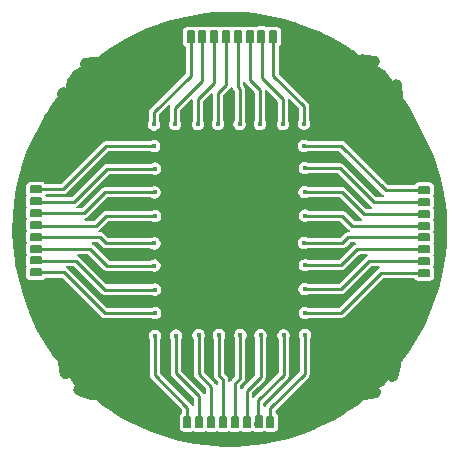
<source format=gbr>
%TF.GenerationSoftware,KiCad,Pcbnew,9.0.2*%
%TF.CreationDate,2025-06-19T13:53:20-04:00*%
%TF.ProjectId,GlassIDC_Mounted_10x15mm,476c6173-7349-4444-935f-4d6f756e7465,rev?*%
%TF.SameCoordinates,Original*%
%TF.FileFunction,Copper,L2,Bot*%
%TF.FilePolarity,Positive*%
%FSLAX46Y46*%
G04 Gerber Fmt 4.6, Leading zero omitted, Abs format (unit mm)*
G04 Created by KiCad (PCBNEW 9.0.2) date 2025-06-19 13:53:20*
%MOMM*%
%LPD*%
G01*
G04 APERTURE LIST*
%TA.AperFunction,NonConductor*%
%ADD10C,0.200000*%
%TD*%
%TA.AperFunction,NonConductor*%
%ADD11C,1.016000*%
%TD*%
%TA.AperFunction,NonConductor*%
%ADD12C,1.000000*%
%TD*%
%TA.AperFunction,ComponentPad*%
%ADD13C,5.000000*%
%TD*%
%TA.AperFunction,ViaPad*%
%ADD14C,0.450000*%
%TD*%
%TA.AperFunction,ViaPad*%
%ADD15C,0.700000*%
%TD*%
%TA.AperFunction,ViaPad*%
%ADD16C,1.500000*%
%TD*%
%TA.AperFunction,Conductor*%
%ADD17C,0.254000*%
%TD*%
%TA.AperFunction,Conductor*%
%ADD18C,0.250000*%
%TD*%
G04 APERTURE END LIST*
D10*
X145922000Y-88251000D02*
X146430000Y-88251000D01*
X146430000Y-89140000D01*
X145922000Y-89140000D01*
X145922000Y-88251000D01*
%TA.AperFunction,NonConductor*%
G36*
X145922000Y-88251000D02*
G01*
X146430000Y-88251000D01*
X146430000Y-89140000D01*
X145922000Y-89140000D01*
X145922000Y-88251000D01*
G37*
%TD.AperFunction*%
D11*
X138341100Y-116433600D02*
G75*
G02*
X135801100Y-116433600I-1270000J0D01*
G01*
X135801100Y-116433600D02*
G75*
G02*
X138341100Y-116433600I1270000J0D01*
G01*
D10*
X145672000Y-120870000D02*
X146180000Y-120870000D01*
X146180000Y-121759000D01*
X145672000Y-121759000D01*
X145672000Y-120870000D01*
%TA.AperFunction,NonConductor*%
G36*
X145672000Y-120870000D02*
G01*
X146180000Y-120870000D01*
X146180000Y-121759000D01*
X145672000Y-121759000D01*
X145672000Y-120870000D01*
G37*
%TD.AperFunction*%
X149929100Y-88242600D02*
X150437100Y-88242600D01*
X150437100Y-89131600D01*
X149929100Y-89131600D01*
X149929100Y-88242600D01*
%TA.AperFunction,NonConductor*%
G36*
X149929100Y-88242600D02*
G01*
X150437100Y-88242600D01*
X150437100Y-89131600D01*
X149929100Y-89131600D01*
X149929100Y-88242600D01*
G37*
%TD.AperFunction*%
X131659050Y-105383000D02*
X132548050Y-105383000D01*
X132548050Y-105891000D01*
X131659050Y-105891000D01*
X131659050Y-105383000D01*
%TA.AperFunction,NonConductor*%
G36*
X131659050Y-105383000D02*
G01*
X132548050Y-105383000D01*
X132548050Y-105891000D01*
X131659050Y-105891000D01*
X131659050Y-105383000D01*
G37*
%TD.AperFunction*%
X131659050Y-103383000D02*
X132548050Y-103383000D01*
X132548050Y-103891000D01*
X131659050Y-103891000D01*
X131659050Y-103383000D01*
%TA.AperFunction,NonConductor*%
G36*
X131659050Y-103383000D02*
G01*
X132548050Y-103383000D01*
X132548050Y-103891000D01*
X131659050Y-103891000D01*
X131659050Y-103383000D01*
G37*
%TD.AperFunction*%
D12*
X136317933Y-91002582D02*
G75*
G02*
X134393840Y-93475261I753167J-2571018D01*
G01*
D10*
X151672900Y-120858400D02*
X152180900Y-120858400D01*
X152180900Y-121747400D01*
X151672900Y-121747400D01*
X151672900Y-120858400D01*
%TA.AperFunction,NonConductor*%
G36*
X151672900Y-120858400D02*
G01*
X152180900Y-120858400D01*
X152180900Y-121747400D01*
X151672900Y-121747400D01*
X151672900Y-120858400D01*
G37*
%TD.AperFunction*%
X146929100Y-88242600D02*
X147437100Y-88242600D01*
X147437100Y-89131600D01*
X146929100Y-89131600D01*
X146929100Y-88242600D01*
%TA.AperFunction,NonConductor*%
G36*
X146929100Y-88242600D02*
G01*
X147437100Y-88242600D01*
X147437100Y-89131600D01*
X146929100Y-89131600D01*
X146929100Y-88242600D01*
G37*
%TD.AperFunction*%
X147929100Y-88242600D02*
X148437100Y-88242600D01*
X148437100Y-89131600D01*
X147929100Y-89131600D01*
X147929100Y-88242600D01*
%TA.AperFunction,NonConductor*%
G36*
X147929100Y-88242600D02*
G01*
X148437100Y-88242600D01*
X148437100Y-89131600D01*
X147929100Y-89131600D01*
X147929100Y-88242600D01*
G37*
%TD.AperFunction*%
X131659050Y-108383000D02*
X132548050Y-108383000D01*
X132548050Y-108891000D01*
X131659050Y-108891000D01*
X131659050Y-108383000D01*
%TA.AperFunction,NonConductor*%
G36*
X131659050Y-108383000D02*
G01*
X132548050Y-108383000D01*
X132548050Y-108891000D01*
X131659050Y-108891000D01*
X131659050Y-108383000D01*
G37*
%TD.AperFunction*%
D12*
X160800001Y-118800000D02*
G75*
G02*
X162261292Y-117427774I-932401J2457100D01*
G01*
D10*
X148672900Y-120858400D02*
X149180900Y-120858400D01*
X149180900Y-121747400D01*
X148672900Y-121747400D01*
X148672900Y-120858400D01*
%TA.AperFunction,NonConductor*%
G36*
X148672900Y-120858400D02*
G01*
X149180900Y-120858400D01*
X149180900Y-121747400D01*
X148672900Y-121747400D01*
X148672900Y-120858400D01*
G37*
%TD.AperFunction*%
X131659050Y-104383000D02*
X132548050Y-104383000D01*
X132548050Y-104891000D01*
X131659050Y-104891000D01*
X131659050Y-104383000D01*
%TA.AperFunction,NonConductor*%
G36*
X131659050Y-104383000D02*
G01*
X132548050Y-104383000D01*
X132548050Y-104891000D01*
X131659050Y-104891000D01*
X131659050Y-104383000D01*
G37*
%TD.AperFunction*%
X164496900Y-105436000D02*
X165385900Y-105436000D01*
X165385900Y-105944000D01*
X164496900Y-105944000D01*
X164496900Y-105436000D01*
%TA.AperFunction,NonConductor*%
G36*
X164496900Y-105436000D02*
G01*
X165385900Y-105436000D01*
X165385900Y-105944000D01*
X164496900Y-105944000D01*
X164496900Y-105436000D01*
G37*
%TD.AperFunction*%
X144929100Y-88242600D02*
X145437100Y-88242600D01*
X145437100Y-89131600D01*
X144929100Y-89131600D01*
X144929100Y-88242600D01*
%TA.AperFunction,NonConductor*%
G36*
X144929100Y-88242600D02*
G01*
X145437100Y-88242600D01*
X145437100Y-89131600D01*
X144929100Y-89131600D01*
X144929100Y-88242600D01*
G37*
%TD.AperFunction*%
X146672900Y-120858400D02*
X147180900Y-120858400D01*
X147180900Y-121747400D01*
X146672900Y-121747400D01*
X146672900Y-120858400D01*
%TA.AperFunction,NonConductor*%
G36*
X146672900Y-120858400D02*
G01*
X147180900Y-120858400D01*
X147180900Y-121747400D01*
X146672900Y-121747400D01*
X146672900Y-120858400D01*
G37*
%TD.AperFunction*%
X164495000Y-108441000D02*
X165384000Y-108441000D01*
X165384000Y-108949000D01*
X164495000Y-108949000D01*
X164495000Y-108441000D01*
%TA.AperFunction,NonConductor*%
G36*
X164495000Y-108441000D02*
G01*
X165384000Y-108441000D01*
X165384000Y-108949000D01*
X164495000Y-108949000D01*
X164495000Y-108441000D01*
G37*
%TD.AperFunction*%
X164496900Y-106436000D02*
X165385900Y-106436000D01*
X165385900Y-106944000D01*
X164496900Y-106944000D01*
X164496900Y-106436000D01*
%TA.AperFunction,NonConductor*%
G36*
X164496900Y-106436000D02*
G01*
X165385900Y-106436000D01*
X165385900Y-106944000D01*
X164496900Y-106944000D01*
X164496900Y-106436000D01*
G37*
%TD.AperFunction*%
X151934100Y-88244500D02*
X152442100Y-88244500D01*
X152442100Y-89133500D01*
X151934100Y-89133500D01*
X151934100Y-88244500D01*
%TA.AperFunction,NonConductor*%
G36*
X151934100Y-88244500D02*
G01*
X152442100Y-88244500D01*
X152442100Y-89133500D01*
X151934100Y-89133500D01*
X151934100Y-88244500D01*
G37*
%TD.AperFunction*%
D11*
X138341100Y-93573600D02*
G75*
G02*
X135801100Y-93573600I-1270000J0D01*
G01*
X135801100Y-93573600D02*
G75*
G02*
X138341100Y-93573600I1270000J0D01*
G01*
D10*
X148929100Y-88242600D02*
X149437100Y-88242600D01*
X149437100Y-89131600D01*
X148929100Y-89131600D01*
X148929100Y-88242600D01*
%TA.AperFunction,NonConductor*%
G36*
X148929100Y-88242600D02*
G01*
X149437100Y-88242600D01*
X149437100Y-89131600D01*
X148929100Y-89131600D01*
X148929100Y-88242600D01*
G37*
%TD.AperFunction*%
X149672900Y-120858400D02*
X150180900Y-120858400D01*
X150180900Y-121747400D01*
X149672900Y-121747400D01*
X149672900Y-120858400D01*
%TA.AperFunction,NonConductor*%
G36*
X149672900Y-120858400D02*
G01*
X150180900Y-120858400D01*
X150180900Y-121747400D01*
X149672900Y-121747400D01*
X149672900Y-120858400D01*
G37*
%TD.AperFunction*%
D12*
X162589683Y-92805782D02*
G75*
G02*
X160709566Y-90822611I-2678183J-656218D01*
G01*
D10*
X164496900Y-101436000D02*
X165385900Y-101436000D01*
X165385900Y-101944000D01*
X164496900Y-101944000D01*
X164496900Y-101436000D01*
%TA.AperFunction,NonConductor*%
G36*
X164496900Y-101436000D02*
G01*
X165385900Y-101436000D01*
X165385900Y-101944000D01*
X164496900Y-101944000D01*
X164496900Y-101436000D01*
G37*
%TD.AperFunction*%
X131659050Y-107383000D02*
X132548050Y-107383000D01*
X132548050Y-107891000D01*
X131659050Y-107891000D01*
X131659050Y-107383000D01*
%TA.AperFunction,NonConductor*%
G36*
X131659050Y-107383000D02*
G01*
X132548050Y-107383000D01*
X132548050Y-107891000D01*
X131659050Y-107891000D01*
X131659050Y-107383000D01*
G37*
%TD.AperFunction*%
X164496900Y-104436000D02*
X165385900Y-104436000D01*
X165385900Y-104944000D01*
X164496900Y-104944000D01*
X164496900Y-104436000D01*
%TA.AperFunction,NonConductor*%
G36*
X164496900Y-104436000D02*
G01*
X165385900Y-104436000D01*
X165385900Y-104944000D01*
X164496900Y-104944000D01*
X164496900Y-104436000D01*
G37*
%TD.AperFunction*%
X164496900Y-103436000D02*
X165385900Y-103436000D01*
X165385900Y-103944000D01*
X164496900Y-103944000D01*
X164496900Y-103436000D01*
%TA.AperFunction,NonConductor*%
G36*
X164496900Y-103436000D02*
G01*
X165385900Y-103436000D01*
X165385900Y-103944000D01*
X164496900Y-103944000D01*
X164496900Y-103436000D01*
G37*
%TD.AperFunction*%
X131659050Y-106383000D02*
X132548050Y-106383000D01*
X132548050Y-106891000D01*
X131659050Y-106891000D01*
X131659050Y-106383000D01*
%TA.AperFunction,NonConductor*%
G36*
X131659050Y-106383000D02*
G01*
X132548050Y-106383000D01*
X132548050Y-106891000D01*
X131659050Y-106891000D01*
X131659050Y-106383000D01*
G37*
%TD.AperFunction*%
D12*
X134599415Y-117184361D02*
G75*
G02*
X135760311Y-118594991I2482085J859661D01*
G01*
D10*
X144667900Y-120856500D02*
X145175900Y-120856500D01*
X145175900Y-121745500D01*
X144667900Y-121745500D01*
X144667900Y-120856500D01*
%TA.AperFunction,NonConductor*%
G36*
X144667900Y-120856500D02*
G01*
X145175900Y-120856500D01*
X145175900Y-121745500D01*
X144667900Y-121745500D01*
X144667900Y-120856500D01*
G37*
%TD.AperFunction*%
X150680000Y-120850000D02*
X151188000Y-120850000D01*
X151188000Y-121739000D01*
X150680000Y-121739000D01*
X150680000Y-120850000D01*
%TA.AperFunction,NonConductor*%
G36*
X150680000Y-120850000D02*
G01*
X151188000Y-120850000D01*
X151188000Y-121739000D01*
X150680000Y-121739000D01*
X150680000Y-120850000D01*
G37*
%TD.AperFunction*%
D11*
X161201100Y-116433600D02*
G75*
G02*
X158661100Y-116433600I-1270000J0D01*
G01*
X158661100Y-116433600D02*
G75*
G02*
X161201100Y-116433600I1270000J0D01*
G01*
X161201100Y-93573600D02*
G75*
G02*
X158661100Y-93573600I-1270000J0D01*
G01*
X158661100Y-93573600D02*
G75*
G02*
X161201100Y-93573600I1270000J0D01*
G01*
D10*
X164496900Y-102436000D02*
X165385900Y-102436000D01*
X165385900Y-102944000D01*
X164496900Y-102944000D01*
X164496900Y-102436000D01*
%TA.AperFunction,NonConductor*%
G36*
X164496900Y-102436000D02*
G01*
X165385900Y-102436000D01*
X165385900Y-102944000D01*
X164496900Y-102944000D01*
X164496900Y-102436000D01*
G37*
%TD.AperFunction*%
X147672900Y-120858400D02*
X148180900Y-120858400D01*
X148180900Y-121747400D01*
X147672900Y-121747400D01*
X147672900Y-120858400D01*
%TA.AperFunction,NonConductor*%
G36*
X147672900Y-120858400D02*
G01*
X148180900Y-120858400D01*
X148180900Y-121747400D01*
X147672900Y-121747400D01*
X147672900Y-120858400D01*
G37*
%TD.AperFunction*%
X131660950Y-101378000D02*
X132549950Y-101378000D01*
X132549950Y-101886000D01*
X131660950Y-101886000D01*
X131660950Y-101378000D01*
%TA.AperFunction,NonConductor*%
G36*
X131660950Y-101378000D02*
G01*
X132549950Y-101378000D01*
X132549950Y-101886000D01*
X131660950Y-101886000D01*
X131660950Y-101378000D01*
G37*
%TD.AperFunction*%
X131660950Y-102383000D02*
X132549950Y-102383000D01*
X132549950Y-102891000D01*
X131660950Y-102891000D01*
X131660950Y-102383000D01*
%TA.AperFunction,NonConductor*%
G36*
X131660950Y-102383000D02*
G01*
X132549950Y-102383000D01*
X132549950Y-102891000D01*
X131660950Y-102891000D01*
X131660950Y-102383000D01*
G37*
%TD.AperFunction*%
X150930000Y-88231000D02*
X151438000Y-88231000D01*
X151438000Y-89120000D01*
X150930000Y-89120000D01*
X150930000Y-88231000D01*
%TA.AperFunction,NonConductor*%
G36*
X150930000Y-88231000D02*
G01*
X151438000Y-88231000D01*
X151438000Y-89120000D01*
X150930000Y-89120000D01*
X150930000Y-88231000D01*
G37*
%TD.AperFunction*%
X164495000Y-107436000D02*
X165384000Y-107436000D01*
X165384000Y-107944000D01*
X164495000Y-107944000D01*
X164495000Y-107436000D01*
%TA.AperFunction,NonConductor*%
G36*
X164495000Y-107436000D02*
G01*
X165384000Y-107436000D01*
X165384000Y-107944000D01*
X164495000Y-107944000D01*
X164495000Y-107436000D01*
G37*
%TD.AperFunction*%
D13*
%TO.P,REF\u002A\u002A,1*%
%TO.N,N/C*%
X137011817Y-93457817D03*
%TD*%
%TO.P,REF\u002A\u002A,1*%
%TO.N,N/C*%
X159867637Y-116342911D03*
%TD*%
%TO.P,REF\u002A\u002A,1*%
%TO.N,N/C*%
X137081545Y-116324726D03*
%TD*%
%TO.P,REF\u002A\u002A,1*%
%TO.N,N/C*%
X159911452Y-93461999D03*
%TD*%
D14*
%TO.N,*%
X148517557Y-93719072D03*
X157500000Y-105000000D03*
X148500000Y-116500000D03*
X139500000Y-105000000D03*
D15*
X141366669Y-91011201D03*
X133960893Y-96679101D03*
X134538659Y-112945440D03*
X140138546Y-119211980D03*
X156500000Y-119000000D03*
X162855629Y-112766378D03*
X162366750Y-97211137D03*
X155922435Y-91344588D03*
D16*
X148460000Y-104950000D03*
D14*
X142091443Y-96128418D03*
D15*
X148183100Y-88496600D03*
X149183100Y-88496600D03*
D14*
X142109497Y-97976930D03*
X143955577Y-114010677D03*
X154847936Y-113946484D03*
X154785937Y-96055468D03*
D15*
X151183100Y-88498500D03*
X148926900Y-121493400D03*
X131913050Y-104637000D03*
D14*
X154809128Y-106157290D03*
D15*
X146183100Y-88496600D03*
D14*
X142148756Y-110103241D03*
D15*
X165131900Y-106690000D03*
X151926900Y-121493400D03*
D14*
X154867953Y-112069906D03*
X142114872Y-108085127D03*
X142115175Y-106196384D03*
D15*
X165131900Y-104690000D03*
X131914950Y-101632000D03*
D14*
X154862275Y-103850452D03*
X154873519Y-108052770D03*
D15*
X165130000Y-107690000D03*
D14*
X154867841Y-99833316D03*
X153058758Y-113985806D03*
D15*
X165131900Y-105690000D03*
X150183100Y-88496600D03*
X165130000Y-108695000D03*
X131913050Y-105637000D03*
D14*
X152996759Y-96094790D03*
D15*
X131913050Y-103637000D03*
X152183100Y-88498500D03*
X146926900Y-121493400D03*
X131913050Y-107637000D03*
D14*
X149331515Y-96082903D03*
X151104047Y-113963919D03*
D15*
X131914950Y-102637000D03*
D14*
X154842709Y-110064147D03*
X142143078Y-101883787D03*
D15*
X165131900Y-102690000D03*
X144921900Y-121491500D03*
D14*
X142173888Y-99872410D03*
D15*
X145183100Y-88496600D03*
D14*
X154803450Y-97937836D03*
D15*
X165131900Y-103690000D03*
D14*
X147573256Y-113966145D03*
X145862723Y-113975806D03*
X142174000Y-112109000D03*
D15*
X147926900Y-121493400D03*
D14*
X143884904Y-96097450D03*
X142153442Y-114019434D03*
D15*
X131913050Y-108637000D03*
D14*
X151042048Y-96072903D03*
X149393514Y-113973919D03*
X154837031Y-101844693D03*
D15*
X165131900Y-101690000D03*
X147183100Y-88496600D03*
D14*
X142168322Y-103889546D03*
X147511257Y-96075129D03*
X145800724Y-96084790D03*
D15*
X150926900Y-121493400D03*
X131913050Y-106637000D03*
X149926900Y-121493400D03*
X145926900Y-121491500D03*
%TD*%
D17*
%TO.N,*%
X132001728Y-103648097D02*
X136151903Y-103648097D01*
X160690000Y-102690000D02*
X157833316Y-99833316D01*
X145800724Y-93999276D02*
X147183100Y-92616900D01*
X137909000Y-112109000D02*
X142174000Y-112109000D01*
D18*
X152996759Y-96094790D02*
X152996759Y-93996759D01*
D17*
X145922541Y-119122541D02*
X145922541Y-121495295D01*
X149183100Y-92983100D02*
X149183100Y-88458500D01*
X147926900Y-117726900D02*
X147926900Y-121531500D01*
X153058758Y-117341242D02*
X150918798Y-119481202D01*
X160310000Y-107690000D02*
X157935853Y-110064147D01*
X154809128Y-106157290D02*
X158042710Y-106157290D01*
X142091443Y-95108557D02*
X142091443Y-96128418D01*
X157833316Y-99833316D02*
X154867841Y-99833316D01*
D18*
X143884904Y-96097450D02*
X143884904Y-94715096D01*
D17*
X138000558Y-103889546D02*
X142168322Y-103889546D01*
X161690000Y-101690000D02*
X165170000Y-101690000D01*
X152188100Y-88460400D02*
X152200000Y-88472300D01*
X148926900Y-118073100D02*
X148926900Y-121531500D01*
X150918798Y-119481202D02*
X150918798Y-121474125D01*
X158042710Y-106157290D02*
X158510000Y-105690000D01*
X131919029Y-106658341D02*
X136658341Y-106658341D01*
X147183100Y-92616900D02*
X147183100Y-88458500D01*
X132001728Y-102688788D02*
X135311212Y-102688788D01*
X138127590Y-99872410D02*
X142173888Y-99872410D01*
X154862275Y-103850452D02*
X158005399Y-103850452D01*
X149393514Y-113973919D02*
X149393514Y-117606486D01*
X145862723Y-113975806D02*
X145862723Y-117262723D01*
X154847936Y-117221966D02*
X154847936Y-113946484D01*
X134459658Y-108659658D02*
X137909000Y-112109000D01*
X154873519Y-108052770D02*
X157947230Y-108052770D01*
X147573256Y-113966145D02*
X147573256Y-117373256D01*
X148183100Y-92816900D02*
X148183100Y-88458500D01*
X143955577Y-114010677D02*
X143955577Y-117155577D01*
X165170000Y-102690000D02*
X160690000Y-102690000D01*
X151104047Y-117495953D02*
X149926900Y-118673100D01*
X157956713Y-112069906D02*
X161331619Y-108695000D01*
X137903241Y-110103241D02*
X142148756Y-110103241D01*
X145183100Y-88458500D02*
X145183100Y-92016900D01*
X151042048Y-96072903D02*
X151042048Y-93242048D01*
D18*
X146170000Y-89090000D02*
X146190000Y-89070000D01*
D17*
X157986557Y-101844693D02*
X159831864Y-103690000D01*
X149926900Y-118673100D02*
X149926900Y-121531500D01*
X136658341Y-106658341D02*
X138085127Y-108085127D01*
X138085127Y-108085127D02*
X142114872Y-108085127D01*
X138012718Y-106196384D02*
X142115175Y-106196384D01*
D18*
X152996759Y-93996759D02*
X151220000Y-92220000D01*
D17*
X137916213Y-101883787D02*
X142143078Y-101883787D01*
X135467270Y-107667270D02*
X137903241Y-110103241D01*
X151042048Y-93242048D02*
X150183100Y-92383100D01*
X150183100Y-92383100D02*
X150183100Y-88458500D01*
X165168100Y-107690000D02*
X160310000Y-107690000D01*
X147511257Y-93488743D02*
X148183100Y-92816900D01*
X132105450Y-101632000D02*
X132137450Y-101600000D01*
X144921900Y-120121900D02*
X142153442Y-117353442D01*
X144921900Y-121529600D02*
X144921900Y-120121900D01*
X143955577Y-117155577D02*
X145922541Y-119122541D01*
X145183100Y-92016900D02*
X142091443Y-95108557D01*
X154803450Y-97937836D02*
X157937836Y-97937836D01*
X152200000Y-92000000D02*
X154785937Y-94585937D01*
D18*
X146170000Y-92430000D02*
X146170000Y-89090000D01*
D17*
X157947230Y-108052770D02*
X159310000Y-106690000D01*
X131935568Y-107667270D02*
X135467270Y-107667270D01*
X151926900Y-121531500D02*
X151926900Y-120143002D01*
X135311212Y-102688788D02*
X138127590Y-99872410D01*
X149331515Y-93131515D02*
X149183100Y-92983100D01*
X158510000Y-105690000D02*
X165170000Y-105690000D01*
X159310000Y-106690000D02*
X165170000Y-106690000D01*
X154837031Y-101844693D02*
X157986557Y-101844693D01*
X146926900Y-118326900D02*
X146926900Y-121531500D01*
X154867953Y-112069906D02*
X157956713Y-112069906D01*
X136151903Y-103648097D02*
X137916213Y-101883787D01*
X137482287Y-105665953D02*
X138012718Y-106196384D01*
X151104047Y-113963919D02*
X151104047Y-117495953D01*
X161331619Y-108695000D02*
X165168100Y-108695000D01*
X131952108Y-108659658D02*
X134459658Y-108659658D01*
D18*
X151220000Y-92220000D02*
X151220000Y-89070000D01*
D17*
X152200000Y-88472300D02*
X152200000Y-92000000D01*
X138023070Y-97976930D02*
X142109497Y-97976930D01*
X134400000Y-101600000D02*
X138023070Y-97976930D01*
X149331515Y-96082903D02*
X149331515Y-93131515D01*
X157935853Y-110064147D02*
X154842709Y-110064147D01*
X158005399Y-103850452D02*
X158844947Y-104690000D01*
X147511257Y-96075129D02*
X147511257Y-93488743D01*
X137200000Y-104690104D02*
X138000558Y-103889546D01*
D18*
X151220000Y-89070000D02*
X151210000Y-89060000D01*
D17*
X131919029Y-105665953D02*
X137482287Y-105665953D01*
X142153442Y-117353442D02*
X142153442Y-114019434D01*
D18*
X143884904Y-94715096D02*
X146170000Y-92430000D01*
D17*
X151926900Y-120143002D02*
X154847936Y-117221966D01*
X145800724Y-96084790D02*
X145800724Y-93999276D01*
X132137450Y-101600000D02*
X134400000Y-101600000D01*
X154785937Y-94585937D02*
X154785937Y-96055468D01*
X158844947Y-104690000D02*
X165170000Y-104690000D01*
X147573256Y-117373256D02*
X147926900Y-117726900D01*
X153058758Y-113985806D02*
X153058758Y-117341242D01*
X157937836Y-97937836D02*
X161690000Y-101690000D01*
X149393514Y-117606486D02*
X148926900Y-118073100D01*
X145862723Y-117262723D02*
X146926900Y-118326900D01*
X159831864Y-103690000D02*
X165170000Y-103690000D01*
X131935568Y-104690104D02*
X137200000Y-104690104D01*
%TD*%
%TA.AperFunction,NonConductor*%
G36*
X148928497Y-86604115D02*
G01*
X149773233Y-86643170D01*
X149777744Y-86643483D01*
X150619820Y-86721512D01*
X150624354Y-86722038D01*
X151461933Y-86838875D01*
X151466375Y-86839601D01*
X152297658Y-86994995D01*
X152302086Y-86995929D01*
X153125296Y-87189546D01*
X153129667Y-87190680D01*
X153943084Y-87422117D01*
X153947439Y-87423467D01*
X154014058Y-87445795D01*
X154019306Y-87447722D01*
X154304823Y-87561929D01*
X154399984Y-87599994D01*
X154399999Y-87599999D01*
X154400000Y-87600000D01*
X155977595Y-88191598D01*
X155982794Y-88193718D01*
X156039186Y-88218618D01*
X156319880Y-88342557D01*
X156324020Y-88344501D01*
X157036997Y-88699521D01*
X157080981Y-88721422D01*
X157085020Y-88723550D01*
X157823817Y-89135057D01*
X157827732Y-89137357D01*
X158546734Y-89582544D01*
X158550546Y-89585028D01*
X158889181Y-89816999D01*
X158892632Y-89819474D01*
X159428718Y-90221539D01*
X159463926Y-90271578D01*
X159462997Y-90332757D01*
X159426286Y-90381705D01*
X159384393Y-90398583D01*
X159266636Y-90416726D01*
X159266629Y-90416727D01*
X158931426Y-90507513D01*
X158608422Y-90635070D01*
X158608416Y-90635073D01*
X158301630Y-90797819D01*
X158201227Y-90866415D01*
X158015670Y-90993188D01*
X158014875Y-90993731D01*
X157751739Y-91220355D01*
X157515491Y-91474871D01*
X157515476Y-91474890D01*
X157309045Y-91754144D01*
X157134999Y-92054668D01*
X157047685Y-92253752D01*
X156995513Y-92372709D01*
X156937919Y-92557784D01*
X156892321Y-92704308D01*
X156826712Y-93045326D01*
X156826711Y-93045332D01*
X156799607Y-93390127D01*
X156799495Y-93391546D01*
X156802153Y-93471616D01*
X156811015Y-93738638D01*
X156811015Y-93738645D01*
X156861125Y-94082282D01*
X156861127Y-94082291D01*
X156949204Y-94418210D01*
X157074147Y-94742219D01*
X157074154Y-94742235D01*
X157234419Y-95050325D01*
X157428007Y-95338645D01*
X157428010Y-95338648D01*
X157652497Y-95603598D01*
X157652503Y-95603604D01*
X157652506Y-95603607D01*
X157905122Y-95841912D01*
X158182711Y-96050595D01*
X158182717Y-96050598D01*
X158182719Y-96050600D01*
X158481810Y-96227053D01*
X158481813Y-96227054D01*
X158481819Y-96227058D01*
X158798721Y-96369105D01*
X158798726Y-96369106D01*
X158798727Y-96369107D01*
X158918538Y-96407454D01*
X159129475Y-96474967D01*
X159469962Y-96543328D01*
X159815944Y-96573335D01*
X160163116Y-96564616D01*
X160163123Y-96564615D01*
X160163124Y-96564615D01*
X160205101Y-96558839D01*
X160507157Y-96517279D01*
X160843783Y-96431913D01*
X160843786Y-96431911D01*
X160843795Y-96431909D01*
X161010651Y-96369107D01*
X161168805Y-96309581D01*
X161478178Y-96151806D01*
X161768050Y-95960551D01*
X162034814Y-95738197D01*
X162275150Y-95487511D01*
X162486065Y-95211614D01*
X162664936Y-94913940D01*
X162683154Y-94874160D01*
X162743569Y-94742235D01*
X162809534Y-94598193D01*
X162918061Y-94268305D01*
X162989014Y-93929104D01*
X163019433Y-93876023D01*
X163075248Y-93850955D01*
X163135137Y-93863483D01*
X163164918Y-93889717D01*
X163439112Y-94252809D01*
X163441758Y-94256488D01*
X163589444Y-94472081D01*
X163758130Y-94718333D01*
X163765003Y-94730007D01*
X165796335Y-98792671D01*
X165802409Y-98807831D01*
X166408850Y-100778767D01*
X166410598Y-100785215D01*
X166508765Y-101202590D01*
X166509709Y-101207065D01*
X166561743Y-101485420D01*
X166657322Y-101996725D01*
X166665092Y-102038288D01*
X166665829Y-102042802D01*
X166782660Y-102880341D01*
X166783187Y-102884883D01*
X166861214Y-103726929D01*
X166861530Y-103731492D01*
X166900584Y-104576202D01*
X166900690Y-104580774D01*
X166900690Y-105426425D01*
X166900584Y-105430997D01*
X166861530Y-106275707D01*
X166861214Y-106280270D01*
X166787993Y-107070441D01*
X166787068Y-107077581D01*
X166476580Y-108940514D01*
X166475297Y-108946905D01*
X166315160Y-109627767D01*
X166314011Y-109632194D01*
X166264540Y-109806064D01*
X166263239Y-109810277D01*
X165800918Y-111197243D01*
X165798917Y-111202705D01*
X165106751Y-112933120D01*
X165103453Y-112940480D01*
X164850226Y-113449027D01*
X164846497Y-113455834D01*
X163667393Y-115421008D01*
X163664176Y-115426021D01*
X163441771Y-115750694D01*
X163439100Y-115754407D01*
X163022621Y-116305913D01*
X162972464Y-116340956D01*
X162911290Y-116339825D01*
X162862463Y-116302953D01*
X162844671Y-116249507D01*
X162838913Y-116074304D01*
X162788711Y-115736310D01*
X162700191Y-115406274D01*
X162574514Y-115088523D01*
X162413327Y-114787228D01*
X162218746Y-114506340D01*
X161993323Y-114249543D01*
X161963199Y-114222270D01*
X161740014Y-114020206D01*
X161462148Y-113821341D01*
X161462138Y-113821335D01*
X161163367Y-113655553D01*
X161163354Y-113655547D01*
X160847576Y-113525013D01*
X160847574Y-113525012D01*
X160847573Y-113525012D01*
X160746094Y-113496118D01*
X160518939Y-113431440D01*
X160518927Y-113431438D01*
X160181763Y-113376060D01*
X160181757Y-113376059D01*
X160181749Y-113376058D01*
X160127968Y-113373463D01*
X159840451Y-113359595D01*
X159840448Y-113359596D01*
X159840446Y-113359596D01*
X159840445Y-113359596D01*
X159767587Y-113364440D01*
X159499500Y-113382267D01*
X159499491Y-113382268D01*
X159163370Y-113443779D01*
X159163368Y-113443779D01*
X158836504Y-113543313D01*
X158836483Y-113543321D01*
X158523149Y-113679576D01*
X158523131Y-113679586D01*
X158227417Y-113850783D01*
X157953220Y-114054670D01*
X157953208Y-114054680D01*
X157704119Y-114288588D01*
X157483411Y-114549443D01*
X157293978Y-114833824D01*
X157293971Y-114833836D01*
X157138299Y-115138009D01*
X157138298Y-115138011D01*
X157018428Y-115457991D01*
X156935932Y-115789577D01*
X156935928Y-115789601D01*
X156891890Y-116128429D01*
X156891889Y-116128449D01*
X156886884Y-116470092D01*
X156886885Y-116470101D01*
X156920979Y-116810097D01*
X156993728Y-117143965D01*
X157054056Y-117320588D01*
X157103179Y-117464407D01*
X157104177Y-117467327D01*
X157250871Y-117775931D01*
X157250874Y-117775936D01*
X157431896Y-118065744D01*
X157565198Y-118232992D01*
X157644873Y-118332957D01*
X157887005Y-118574063D01*
X158155119Y-118785900D01*
X158445690Y-118965687D01*
X158445692Y-118965689D01*
X158445695Y-118965690D01*
X158445696Y-118965691D01*
X158754926Y-119111076D01*
X159078752Y-119220149D01*
X159412926Y-119291478D01*
X159753064Y-119324129D01*
X159753080Y-119324128D01*
X159755902Y-119324238D01*
X159755864Y-119325216D01*
X159778849Y-119332199D01*
X159805809Y-119338621D01*
X159807858Y-119341011D01*
X159810871Y-119341927D01*
X159827590Y-119364032D01*
X159845628Y-119385077D01*
X159845880Y-119388215D01*
X159847780Y-119390727D01*
X159848312Y-119418437D01*
X159850536Y-119446065D01*
X159848895Y-119448752D01*
X159848956Y-119451901D01*
X159818659Y-119498290D01*
X159670791Y-119625034D01*
X159666024Y-119628872D01*
X159251916Y-119941592D01*
X159248204Y-119944263D01*
X158550556Y-120422164D01*
X158546724Y-120424661D01*
X158121826Y-120687746D01*
X158117788Y-120690116D01*
X157201862Y-121198964D01*
X157198057Y-121200970D01*
X155901439Y-121849278D01*
X155897153Y-121851295D01*
X155644281Y-121962949D01*
X155575515Y-121993313D01*
X155546306Y-122006210D01*
X155542081Y-122007960D01*
X154753527Y-122313447D01*
X154749225Y-122315000D01*
X153947440Y-122583732D01*
X153943072Y-122585085D01*
X153423646Y-122732874D01*
X153418814Y-122734118D01*
X151858093Y-123094284D01*
X151854024Y-123095133D01*
X151466412Y-123167592D01*
X151461897Y-123168329D01*
X150624358Y-123285160D01*
X150619816Y-123285687D01*
X149777770Y-123363714D01*
X149773207Y-123364030D01*
X148997496Y-123399894D01*
X148992924Y-123400000D01*
X148009276Y-123400000D01*
X148004704Y-123399894D01*
X147228992Y-123364030D01*
X147224429Y-123363714D01*
X146382383Y-123285687D01*
X146377841Y-123285160D01*
X145540302Y-123168329D01*
X145535788Y-123167592D01*
X144704565Y-123012209D01*
X144700090Y-123011265D01*
X144221703Y-122898749D01*
X144215255Y-122897001D01*
X142601131Y-122400348D01*
X142598938Y-122399646D01*
X141685761Y-122095253D01*
X141681305Y-122093648D01*
X141460136Y-122007967D01*
X141455911Y-122006217D01*
X141086195Y-121842971D01*
X141081909Y-121840954D01*
X139479474Y-121039737D01*
X139475574Y-121037677D01*
X139337232Y-120960620D01*
X139332936Y-120958084D01*
X138205359Y-120253349D01*
X138201880Y-120251072D01*
X137753995Y-119944263D01*
X137750283Y-119941592D01*
X137136238Y-119477887D01*
X137101195Y-119427731D01*
X137102326Y-119366556D01*
X137139198Y-119317729D01*
X137191778Y-119299969D01*
X137374715Y-119292352D01*
X137709609Y-119239903D01*
X138036387Y-119149788D01*
X138350828Y-119023170D01*
X138648867Y-118861685D01*
X138926655Y-118667420D01*
X139180601Y-118442885D01*
X139407425Y-118190981D01*
X139604197Y-117914962D01*
X139768372Y-117618397D01*
X139897831Y-117305115D01*
X139990900Y-116979166D01*
X140046377Y-116644760D01*
X140063545Y-116306219D01*
X140042182Y-115967916D01*
X139982564Y-115634224D01*
X139918816Y-115421008D01*
X139885463Y-115309451D01*
X139752133Y-114997805D01*
X139752132Y-114997803D01*
X139752131Y-114997800D01*
X139584292Y-114703292D01*
X139479339Y-114559865D01*
X139384121Y-114429741D01*
X139276244Y-114312882D01*
X139154186Y-114180660D01*
X139149656Y-114176754D01*
X138985651Y-114035326D01*
X138897476Y-113959290D01*
X138897465Y-113959282D01*
X138884204Y-113950251D01*
X141627942Y-113950251D01*
X141627942Y-114088617D01*
X141663754Y-114222270D01*
X141702041Y-114288585D01*
X141712679Y-114307010D01*
X141725942Y-114356510D01*
X141725942Y-117297161D01*
X141725942Y-117409723D01*
X141751807Y-117506253D01*
X141755076Y-117518453D01*
X141804311Y-117603730D01*
X141811357Y-117615933D01*
X144465405Y-120269981D01*
X144469030Y-120277096D01*
X144475493Y-120281792D01*
X144482656Y-120303840D01*
X144493181Y-120324496D01*
X144494400Y-120339983D01*
X144494400Y-120437054D01*
X144475493Y-120495245D01*
X144444901Y-120522790D01*
X144421989Y-120536018D01*
X144347418Y-120610589D01*
X144294694Y-120701909D01*
X144294694Y-120701910D01*
X144294693Y-120701912D01*
X144294693Y-120701913D01*
X144267400Y-120803773D01*
X144267400Y-121798227D01*
X144294693Y-121900087D01*
X144294694Y-121900089D01*
X144294694Y-121900090D01*
X144347418Y-121991410D01*
X144347420Y-121991413D01*
X144421987Y-122065980D01*
X144513313Y-122118707D01*
X144615173Y-122146000D01*
X144615175Y-122146000D01*
X145228625Y-122146000D01*
X145228627Y-122146000D01*
X145330487Y-122118707D01*
X145362756Y-122100076D01*
X145422604Y-122087353D01*
X145461755Y-122100073D01*
X145517413Y-122132207D01*
X145619273Y-122159500D01*
X145619275Y-122159500D01*
X146232725Y-122159500D01*
X146232727Y-122159500D01*
X146334587Y-122132207D01*
X146386996Y-122101948D01*
X146446843Y-122089227D01*
X146485995Y-122101949D01*
X146518309Y-122120605D01*
X146518307Y-122120605D01*
X146518311Y-122120606D01*
X146518313Y-122120607D01*
X146620173Y-122147900D01*
X146620175Y-122147900D01*
X147233625Y-122147900D01*
X147233627Y-122147900D01*
X147335487Y-122120607D01*
X147377402Y-122096407D01*
X147437247Y-122083686D01*
X147476396Y-122096406D01*
X147518313Y-122120607D01*
X147620173Y-122147900D01*
X147620175Y-122147900D01*
X148233625Y-122147900D01*
X148233627Y-122147900D01*
X148335487Y-122120607D01*
X148377402Y-122096407D01*
X148437247Y-122083686D01*
X148476396Y-122096406D01*
X148518313Y-122120607D01*
X148620173Y-122147900D01*
X148620175Y-122147900D01*
X149233625Y-122147900D01*
X149233627Y-122147900D01*
X149335487Y-122120607D01*
X149377402Y-122096407D01*
X149437247Y-122083686D01*
X149476396Y-122096406D01*
X149518313Y-122120607D01*
X149620173Y-122147900D01*
X149620175Y-122147900D01*
X150233625Y-122147900D01*
X150233627Y-122147900D01*
X150335487Y-122120607D01*
X150388225Y-122090158D01*
X150448072Y-122077437D01*
X150487221Y-122090157D01*
X150525413Y-122112207D01*
X150627273Y-122139500D01*
X150732727Y-122139500D01*
X150840711Y-122139500D01*
X150862831Y-122143900D01*
X150990969Y-122143900D01*
X151013089Y-122139500D01*
X151135273Y-122139500D01*
X151240727Y-122139500D01*
X151342587Y-122112207D01*
X151373673Y-122094258D01*
X151433521Y-122081536D01*
X151472675Y-122094258D01*
X151476399Y-122096408D01*
X151518313Y-122120607D01*
X151620173Y-122147900D01*
X151620175Y-122147900D01*
X152233625Y-122147900D01*
X152233627Y-122147900D01*
X152335487Y-122120607D01*
X152426813Y-122067880D01*
X152501380Y-121993313D01*
X152554107Y-121901987D01*
X152581400Y-121800127D01*
X152581400Y-120805673D01*
X152554107Y-120703813D01*
X152553008Y-120701910D01*
X152501381Y-120612489D01*
X152501380Y-120612487D01*
X152426813Y-120537920D01*
X152426098Y-120537507D01*
X152403899Y-120524690D01*
X152390052Y-120509311D01*
X152373307Y-120497145D01*
X152370037Y-120487081D01*
X152362959Y-120479220D01*
X152354400Y-120438954D01*
X152354400Y-120361085D01*
X152373307Y-120302894D01*
X152383390Y-120291087D01*
X155190021Y-117484457D01*
X155246303Y-117386975D01*
X155275436Y-117278247D01*
X155275436Y-117165684D01*
X155275436Y-114283560D01*
X155288699Y-114234060D01*
X155295506Y-114222270D01*
X155337624Y-114149320D01*
X155373436Y-114015667D01*
X155373436Y-113877301D01*
X155337624Y-113743648D01*
X155268441Y-113623819D01*
X155170601Y-113525979D01*
X155050772Y-113456796D01*
X154917119Y-113420984D01*
X154778753Y-113420984D01*
X154645100Y-113456796D01*
X154525271Y-113525979D01*
X154427431Y-113623819D01*
X154358248Y-113743648D01*
X154322436Y-113877301D01*
X154322436Y-114015667D01*
X154358248Y-114149320D01*
X154395310Y-114213513D01*
X154407173Y-114234060D01*
X154420436Y-114283560D01*
X154420436Y-117003882D01*
X154401529Y-117062073D01*
X154391440Y-117073886D01*
X151664409Y-119800917D01*
X151664408Y-119800916D01*
X151584815Y-119880510D01*
X151584813Y-119880512D01*
X151531034Y-119973660D01*
X151485564Y-120014600D01*
X151424714Y-120020995D01*
X151371726Y-119990402D01*
X151346840Y-119934506D01*
X151346298Y-119924159D01*
X151346298Y-119699286D01*
X151365205Y-119641095D01*
X151375294Y-119629282D01*
X152337161Y-118667415D01*
X153400843Y-117603734D01*
X153457125Y-117506251D01*
X153459499Y-117497391D01*
X153486258Y-117397523D01*
X153486258Y-114322882D01*
X153499521Y-114273382D01*
X153548446Y-114188642D01*
X153584258Y-114054989D01*
X153584258Y-113916623D01*
X153548446Y-113782970D01*
X153479263Y-113663141D01*
X153381423Y-113565301D01*
X153261594Y-113496118D01*
X153127941Y-113460306D01*
X152989575Y-113460306D01*
X152855922Y-113496118D01*
X152736093Y-113565301D01*
X152638253Y-113663141D01*
X152569070Y-113782970D01*
X152533258Y-113916623D01*
X152533258Y-114054989D01*
X152569070Y-114188642D01*
X152617995Y-114273382D01*
X152631258Y-114322882D01*
X152631258Y-117123157D01*
X152612351Y-117181348D01*
X152602262Y-117193161D01*
X150656307Y-119139117D01*
X150656306Y-119139116D01*
X150576713Y-119218710D01*
X150576711Y-119218712D01*
X150539136Y-119283795D01*
X150493666Y-119324735D01*
X150432816Y-119331130D01*
X150379828Y-119300537D01*
X150354942Y-119244642D01*
X150354400Y-119234294D01*
X150354400Y-118891184D01*
X150373307Y-118832993D01*
X150383396Y-118821180D01*
X150873562Y-118331014D01*
X151446132Y-117758445D01*
X151461969Y-117731015D01*
X151502412Y-117660966D01*
X151502412Y-117660964D01*
X151502414Y-117660962D01*
X151531547Y-117552235D01*
X151531547Y-117439672D01*
X151531547Y-114300995D01*
X151544810Y-114251495D01*
X151545939Y-114249540D01*
X151593735Y-114166755D01*
X151629547Y-114033102D01*
X151629547Y-113894736D01*
X151593735Y-113761083D01*
X151524552Y-113641254D01*
X151426712Y-113543414D01*
X151306883Y-113474231D01*
X151173230Y-113438419D01*
X151034864Y-113438419D01*
X150901211Y-113474231D01*
X150781382Y-113543414D01*
X150683542Y-113641254D01*
X150614359Y-113761083D01*
X150578547Y-113894736D01*
X150578547Y-114033102D01*
X150614359Y-114166755D01*
X150662155Y-114249540D01*
X150663284Y-114251495D01*
X150676547Y-114300995D01*
X150676547Y-117277868D01*
X150657640Y-117336059D01*
X150647551Y-117347872D01*
X149664409Y-118331015D01*
X149664408Y-118331014D01*
X149584815Y-118410608D01*
X149584813Y-118410610D01*
X149539136Y-118489725D01*
X149493666Y-118530665D01*
X149432816Y-118537060D01*
X149379828Y-118506467D01*
X149354942Y-118450571D01*
X149354400Y-118440224D01*
X149354400Y-118291183D01*
X149373307Y-118232992D01*
X149383390Y-118221185D01*
X149735599Y-117868977D01*
X149791881Y-117771495D01*
X149821014Y-117662767D01*
X149821014Y-117550204D01*
X149821014Y-114310995D01*
X149834277Y-114261495D01*
X149883202Y-114176755D01*
X149919014Y-114043102D01*
X149919014Y-113904736D01*
X149883202Y-113771083D01*
X149814019Y-113651254D01*
X149716179Y-113553414D01*
X149596350Y-113484231D01*
X149462697Y-113448419D01*
X149324331Y-113448419D01*
X149190678Y-113484231D01*
X149070849Y-113553414D01*
X148973009Y-113651254D01*
X148903826Y-113771083D01*
X148868014Y-113904736D01*
X148868014Y-114043102D01*
X148903826Y-114176755D01*
X148952751Y-114261495D01*
X148966014Y-114310995D01*
X148966014Y-117388402D01*
X148947107Y-117446593D01*
X148937018Y-117458406D01*
X148664409Y-117731015D01*
X148664408Y-117731014D01*
X148584815Y-117810608D01*
X148584813Y-117810610D01*
X148539136Y-117889725D01*
X148493666Y-117930665D01*
X148432816Y-117937060D01*
X148379828Y-117906467D01*
X148354942Y-117850571D01*
X148354400Y-117840224D01*
X148354400Y-117670619D01*
X148351812Y-117660962D01*
X148351811Y-117660958D01*
X148328099Y-117572462D01*
X148325267Y-117561891D01*
X148268985Y-117464408D01*
X148152449Y-117347872D01*
X148029752Y-117225174D01*
X148001975Y-117170658D01*
X148000756Y-117155171D01*
X148000756Y-114303221D01*
X148014019Y-114253721D01*
X148062944Y-114168981D01*
X148098756Y-114035328D01*
X148098756Y-113896962D01*
X148062944Y-113763309D01*
X147993761Y-113643480D01*
X147895921Y-113545640D01*
X147776092Y-113476457D01*
X147642439Y-113440645D01*
X147504073Y-113440645D01*
X147370420Y-113476457D01*
X147250591Y-113545640D01*
X147152751Y-113643480D01*
X147083568Y-113763309D01*
X147047756Y-113896962D01*
X147047756Y-114035328D01*
X147083568Y-114168981D01*
X147132493Y-114253721D01*
X147145756Y-114303221D01*
X147145756Y-117316975D01*
X147145756Y-117429537D01*
X147174246Y-117535865D01*
X147174890Y-117538267D01*
X147188529Y-117561891D01*
X147231171Y-117635747D01*
X147470405Y-117874981D01*
X147498181Y-117929496D01*
X147499400Y-117944983D01*
X147499400Y-118094024D01*
X147480493Y-118152215D01*
X147430993Y-118188179D01*
X147369807Y-118188179D01*
X147320307Y-118152215D01*
X147314664Y-118143525D01*
X147268986Y-118064410D01*
X147268984Y-118064408D01*
X147189391Y-117984814D01*
X147189391Y-117984815D01*
X146319219Y-117114643D01*
X146291442Y-117060126D01*
X146290223Y-117044639D01*
X146290223Y-114312882D01*
X146303486Y-114263382D01*
X146352411Y-114178642D01*
X146388223Y-114044989D01*
X146388223Y-113906623D01*
X146352411Y-113772970D01*
X146283228Y-113653141D01*
X146185388Y-113555301D01*
X146065559Y-113486118D01*
X145931906Y-113450306D01*
X145793540Y-113450306D01*
X145659887Y-113486118D01*
X145540058Y-113555301D01*
X145442218Y-113653141D01*
X145373035Y-113772970D01*
X145337223Y-113906623D01*
X145337223Y-114044989D01*
X145373035Y-114178642D01*
X145421960Y-114263382D01*
X145435223Y-114312882D01*
X145435223Y-117206442D01*
X145435223Y-117319004D01*
X145461766Y-117418065D01*
X145464357Y-117427734D01*
X145509690Y-117506253D01*
X145520638Y-117525214D01*
X146470405Y-118474981D01*
X146498181Y-118529496D01*
X146499400Y-118544983D01*
X146499400Y-118897216D01*
X146480493Y-118955407D01*
X146430993Y-118991371D01*
X146369807Y-118991371D01*
X146320307Y-118955407D01*
X146314664Y-118946716D01*
X146264629Y-118860053D01*
X146264628Y-118860052D01*
X146264627Y-118860051D01*
X146264626Y-118860049D01*
X144412073Y-117007496D01*
X144384296Y-116952979D01*
X144383077Y-116937492D01*
X144383077Y-114347753D01*
X144396340Y-114298253D01*
X144397436Y-114296355D01*
X144445265Y-114213513D01*
X144481077Y-114079860D01*
X144481077Y-113941494D01*
X144445265Y-113807841D01*
X144376082Y-113688012D01*
X144278242Y-113590172D01*
X144158413Y-113520989D01*
X144024760Y-113485177D01*
X143886394Y-113485177D01*
X143752741Y-113520989D01*
X143632912Y-113590172D01*
X143535072Y-113688012D01*
X143465889Y-113807841D01*
X143430077Y-113941494D01*
X143430077Y-114079860D01*
X143465889Y-114213513D01*
X143513718Y-114296355D01*
X143514814Y-114298253D01*
X143528077Y-114347753D01*
X143528077Y-117099296D01*
X143528077Y-117211858D01*
X143557210Y-117320586D01*
X143557211Y-117320588D01*
X143601629Y-117397522D01*
X143613492Y-117418068D01*
X145466046Y-119270622D01*
X145493822Y-119325137D01*
X145495041Y-119340624D01*
X145495041Y-119890135D01*
X145476134Y-119948326D01*
X145426634Y-119984290D01*
X145365448Y-119984290D01*
X145315948Y-119948326D01*
X145310305Y-119939636D01*
X145263986Y-119859410D01*
X145263984Y-119859408D01*
X145184391Y-119779814D01*
X145184391Y-119779815D01*
X142609938Y-117205362D01*
X142582161Y-117150845D01*
X142580942Y-117135358D01*
X142580942Y-114356510D01*
X142594205Y-114307010D01*
X142599138Y-114298466D01*
X142643130Y-114222270D01*
X142678942Y-114088617D01*
X142678942Y-113950251D01*
X142643130Y-113816598D01*
X142573947Y-113696769D01*
X142476107Y-113598929D01*
X142356278Y-113529746D01*
X142222625Y-113493934D01*
X142084259Y-113493934D01*
X141950606Y-113529746D01*
X141830777Y-113598929D01*
X141732937Y-113696769D01*
X141663754Y-113816598D01*
X141627942Y-113950251D01*
X138884204Y-113950251D01*
X138638574Y-113782970D01*
X138617302Y-113768483D01*
X138617299Y-113768481D01*
X138617297Y-113768480D01*
X138617289Y-113768475D01*
X138317287Y-113610706D01*
X138001301Y-113487993D01*
X138001291Y-113487990D01*
X137673426Y-113401934D01*
X137673427Y-113401934D01*
X137337920Y-113353643D01*
X137337911Y-113353642D01*
X137337909Y-113353642D01*
X137168493Y-113348689D01*
X136999080Y-113343737D01*
X136999079Y-113343737D01*
X136999078Y-113343737D01*
X136914636Y-113350890D01*
X136661305Y-113372349D01*
X136328971Y-113439109D01*
X136006356Y-113543153D01*
X135697645Y-113683132D01*
X135697636Y-113683137D01*
X135406795Y-113857253D01*
X135137601Y-114063243D01*
X135137590Y-114063252D01*
X134893514Y-114298459D01*
X134893510Y-114298463D01*
X134677692Y-114559865D01*
X134492937Y-114844067D01*
X134341630Y-115147395D01*
X134341629Y-115147397D01*
X134225719Y-115465950D01*
X134146716Y-115795570D01*
X134146713Y-115795586D01*
X134105627Y-116132058D01*
X134105626Y-116132066D01*
X134105611Y-116134074D01*
X134105469Y-116134498D01*
X134105445Y-116134873D01*
X134105346Y-116134866D01*
X134086246Y-116192114D01*
X134036464Y-116227687D01*
X133975280Y-116227205D01*
X133930560Y-116196672D01*
X133601625Y-115801950D01*
X133598479Y-115797972D01*
X133534388Y-115712518D01*
X133531915Y-115709069D01*
X133480645Y-115634224D01*
X133082528Y-115053046D01*
X133080038Y-115049224D01*
X133048201Y-114997805D01*
X132634857Y-114330232D01*
X132632549Y-114326303D01*
X132629721Y-114321226D01*
X132221050Y-113587520D01*
X132218922Y-113583481D01*
X131841996Y-112826511D01*
X131840057Y-112822381D01*
X131757099Y-112634500D01*
X131510155Y-112075225D01*
X131508806Y-112072016D01*
X131463338Y-111958346D01*
X131462942Y-111957341D01*
X131388600Y-111765442D01*
X131386995Y-111760986D01*
X131000861Y-110602584D01*
X130999283Y-110597372D01*
X130457293Y-108610076D01*
X130455502Y-108602268D01*
X130343036Y-108000626D01*
X130342364Y-107996552D01*
X130278306Y-107548148D01*
X130219538Y-107126854D01*
X130219012Y-107122316D01*
X130211902Y-107045586D01*
X130140983Y-106280244D01*
X130140670Y-106275733D01*
X130101616Y-105430997D01*
X130101510Y-105426425D01*
X130101510Y-104580774D01*
X130101616Y-104576202D01*
X130110722Y-104379234D01*
X130135232Y-103849084D01*
X130135615Y-103843842D01*
X130186973Y-103330273D01*
X131258550Y-103330273D01*
X131258550Y-103943727D01*
X131285843Y-104045587D01*
X131310042Y-104087501D01*
X131322763Y-104147349D01*
X131310042Y-104186497D01*
X131285843Y-104228413D01*
X131258550Y-104330273D01*
X131258550Y-104943727D01*
X131285843Y-105045587D01*
X131310042Y-105087501D01*
X131322763Y-105147349D01*
X131310042Y-105186497D01*
X131285843Y-105228413D01*
X131258550Y-105330273D01*
X131258550Y-105943727D01*
X131285843Y-106045587D01*
X131310042Y-106087501D01*
X131322763Y-106147349D01*
X131310042Y-106186497D01*
X131285843Y-106228413D01*
X131258550Y-106330273D01*
X131258550Y-106943727D01*
X131285843Y-107045587D01*
X131310042Y-107087501D01*
X131322763Y-107147349D01*
X131310042Y-107186497D01*
X131285843Y-107228413D01*
X131258550Y-107330273D01*
X131258550Y-107943727D01*
X131285843Y-108045587D01*
X131310042Y-108087501D01*
X131322763Y-108147349D01*
X131310042Y-108186497D01*
X131285843Y-108228413D01*
X131258550Y-108330273D01*
X131258550Y-108943727D01*
X131274091Y-109001727D01*
X131285844Y-109045589D01*
X131285844Y-109045590D01*
X131338342Y-109136518D01*
X131338570Y-109136913D01*
X131413137Y-109211480D01*
X131504463Y-109264207D01*
X131606323Y-109291500D01*
X131606325Y-109291500D01*
X132600775Y-109291500D01*
X132600777Y-109291500D01*
X132702637Y-109264207D01*
X132793963Y-109211480D01*
X132868530Y-109136913D01*
X132868675Y-109136660D01*
X132868832Y-109136518D01*
X132872479Y-109131767D01*
X132873359Y-109132442D01*
X132914142Y-109095719D01*
X132954413Y-109087158D01*
X134241574Y-109087158D01*
X134299765Y-109106065D01*
X134311577Y-109116153D01*
X137646508Y-112451085D01*
X137646510Y-112451086D01*
X137646512Y-112451088D01*
X137743987Y-112507365D01*
X137743985Y-112507365D01*
X137743989Y-112507366D01*
X137743991Y-112507367D01*
X137852718Y-112536500D01*
X137852719Y-112536500D01*
X141836923Y-112536500D01*
X141886422Y-112549763D01*
X141965479Y-112595406D01*
X141971164Y-112598688D01*
X142104817Y-112634500D01*
X142104819Y-112634500D01*
X142243181Y-112634500D01*
X142243183Y-112634500D01*
X142376836Y-112598688D01*
X142496665Y-112529505D01*
X142594505Y-112431665D01*
X142663688Y-112311836D01*
X142699500Y-112178183D01*
X142699500Y-112039817D01*
X142663688Y-111906164D01*
X142594505Y-111786335D01*
X142496665Y-111688495D01*
X142376836Y-111619312D01*
X142243183Y-111583500D01*
X142104817Y-111583500D01*
X142037990Y-111601406D01*
X141971162Y-111619312D01*
X141886422Y-111668237D01*
X141836923Y-111681500D01*
X138127085Y-111681500D01*
X138068894Y-111662593D01*
X138057081Y-111652504D01*
X137601820Y-111197243D01*
X134722149Y-108317573D01*
X134722146Y-108317571D01*
X134722145Y-108317570D01*
X134722144Y-108317569D01*
X134656217Y-108279506D01*
X134615276Y-108234037D01*
X134608880Y-108173186D01*
X134639473Y-108120198D01*
X134695369Y-108095312D01*
X134705717Y-108094770D01*
X135249186Y-108094770D01*
X135307377Y-108113677D01*
X135319189Y-108123765D01*
X137640749Y-110445326D01*
X137640751Y-110445327D01*
X137640753Y-110445329D01*
X137738228Y-110501606D01*
X137738226Y-110501606D01*
X137738230Y-110501607D01*
X137738232Y-110501608D01*
X137846959Y-110530741D01*
X137846960Y-110530741D01*
X141811679Y-110530741D01*
X141861178Y-110544004D01*
X141940235Y-110589647D01*
X141945920Y-110592929D01*
X142079573Y-110628741D01*
X142079575Y-110628741D01*
X142217937Y-110628741D01*
X142217939Y-110628741D01*
X142351592Y-110592929D01*
X142471421Y-110523746D01*
X142569261Y-110425906D01*
X142638444Y-110306077D01*
X142674256Y-110172424D01*
X142674256Y-110034058D01*
X142638444Y-109900405D01*
X142569261Y-109780576D01*
X142471421Y-109682736D01*
X142351592Y-109613553D01*
X142217939Y-109577741D01*
X142079573Y-109577741D01*
X142012746Y-109595647D01*
X141945918Y-109613553D01*
X141861178Y-109662478D01*
X141811679Y-109675741D01*
X138121326Y-109675741D01*
X138063135Y-109656834D01*
X138051322Y-109646745D01*
X137491735Y-109087158D01*
X135729761Y-107325185D01*
X135680239Y-107296593D01*
X135635179Y-107270577D01*
X135594239Y-107225107D01*
X135587844Y-107164257D01*
X135618437Y-107111269D01*
X135674332Y-107086383D01*
X135684680Y-107085841D01*
X136440257Y-107085841D01*
X136498448Y-107104748D01*
X136510260Y-107114836D01*
X137822635Y-108427212D01*
X137822637Y-108427213D01*
X137822639Y-108427215D01*
X137920114Y-108483492D01*
X137920112Y-108483492D01*
X137920116Y-108483493D01*
X137920118Y-108483494D01*
X138028845Y-108512627D01*
X138028846Y-108512627D01*
X141777795Y-108512627D01*
X141827294Y-108525890D01*
X141912034Y-108574814D01*
X141912036Y-108574815D01*
X142045689Y-108610627D01*
X142045691Y-108610627D01*
X142184053Y-108610627D01*
X142184055Y-108610627D01*
X142317708Y-108574815D01*
X142437537Y-108505632D01*
X142535377Y-108407792D01*
X142604560Y-108287963D01*
X142640372Y-108154310D01*
X142640372Y-108015944D01*
X142604560Y-107882291D01*
X142535377Y-107762462D01*
X142437537Y-107664622D01*
X142317708Y-107595439D01*
X142184055Y-107559627D01*
X142045689Y-107559627D01*
X141978862Y-107577533D01*
X141912034Y-107595439D01*
X141827294Y-107644364D01*
X141777795Y-107657627D01*
X138303212Y-107657627D01*
X138245021Y-107638720D01*
X138233208Y-107628631D01*
X137906813Y-107302236D01*
X136920832Y-106316256D01*
X136920829Y-106316254D01*
X136920828Y-106316253D01*
X136920827Y-106316252D01*
X136854900Y-106278189D01*
X136813959Y-106232720D01*
X136807563Y-106171869D01*
X136838156Y-106118881D01*
X136894052Y-106093995D01*
X136904400Y-106093453D01*
X137264203Y-106093453D01*
X137322394Y-106112360D01*
X137334206Y-106122449D01*
X137750226Y-106538468D01*
X137750228Y-106538470D01*
X137779997Y-106555657D01*
X137847709Y-106594751D01*
X137956437Y-106623884D01*
X138069000Y-106623884D01*
X141778098Y-106623884D01*
X141827597Y-106637147D01*
X141906654Y-106682790D01*
X141912339Y-106686072D01*
X142045992Y-106721884D01*
X142045994Y-106721884D01*
X142184356Y-106721884D01*
X142184358Y-106721884D01*
X142318011Y-106686072D01*
X142437840Y-106616889D01*
X142535680Y-106519049D01*
X142604863Y-106399220D01*
X142640675Y-106265567D01*
X142640675Y-106127201D01*
X142604863Y-105993548D01*
X142535680Y-105873719D01*
X142437840Y-105775879D01*
X142318011Y-105706696D01*
X142184358Y-105670884D01*
X142045992Y-105670884D01*
X141979165Y-105688790D01*
X141912337Y-105706696D01*
X141827597Y-105755621D01*
X141778098Y-105768884D01*
X138230802Y-105768884D01*
X138172611Y-105749977D01*
X138160799Y-105739888D01*
X137744778Y-105323868D01*
X137744776Y-105323866D01*
X137647298Y-105267587D01*
X137647297Y-105267586D01*
X137647296Y-105267586D01*
X137538568Y-105238453D01*
X137538566Y-105238453D01*
X137474705Y-105238453D01*
X137416514Y-105219546D01*
X137380550Y-105170046D01*
X137380550Y-105108860D01*
X137416514Y-105059360D01*
X137425205Y-105053717D01*
X137462486Y-105032192D01*
X137462486Y-105032191D01*
X137462491Y-105032189D01*
X138148638Y-104346042D01*
X138203155Y-104318265D01*
X138218642Y-104317046D01*
X141831245Y-104317046D01*
X141880744Y-104330309D01*
X141959801Y-104375952D01*
X141965486Y-104379234D01*
X142099139Y-104415046D01*
X142099141Y-104415046D01*
X142237503Y-104415046D01*
X142237505Y-104415046D01*
X142371158Y-104379234D01*
X142490987Y-104310051D01*
X142588827Y-104212211D01*
X142658010Y-104092382D01*
X142693822Y-103958729D01*
X142693822Y-103820363D01*
X142658010Y-103686710D01*
X142588827Y-103566881D01*
X142490987Y-103469041D01*
X142371158Y-103399858D01*
X142237505Y-103364046D01*
X142099139Y-103364046D01*
X142032312Y-103381952D01*
X141965484Y-103399858D01*
X141880744Y-103448783D01*
X141831245Y-103462046D01*
X138056839Y-103462046D01*
X137944277Y-103462046D01*
X137835549Y-103491179D01*
X137835548Y-103491179D01*
X137835546Y-103491180D01*
X137738069Y-103547459D01*
X137051920Y-104233608D01*
X136997403Y-104261385D01*
X136981916Y-104262604D01*
X136262244Y-104262604D01*
X136204053Y-104243697D01*
X136168089Y-104194197D01*
X136168089Y-104133011D01*
X136204053Y-104083511D01*
X136236618Y-104067978D01*
X136316912Y-104046464D01*
X136414394Y-103990182D01*
X138064294Y-102340283D01*
X138118811Y-102312506D01*
X138134298Y-102311287D01*
X141806001Y-102311287D01*
X141855500Y-102324550D01*
X141934557Y-102370193D01*
X141940242Y-102373475D01*
X142073895Y-102409287D01*
X142073897Y-102409287D01*
X142212259Y-102409287D01*
X142212261Y-102409287D01*
X142345914Y-102373475D01*
X142465743Y-102304292D01*
X142563583Y-102206452D01*
X142632766Y-102086623D01*
X142668578Y-101952970D01*
X142668578Y-101814604D01*
X142632766Y-101680951D01*
X142563583Y-101561122D01*
X142465743Y-101463282D01*
X142345914Y-101394099D01*
X142212261Y-101358287D01*
X142073895Y-101358287D01*
X142007068Y-101376193D01*
X141940240Y-101394099D01*
X141855500Y-101443024D01*
X141806001Y-101456287D01*
X137972494Y-101456287D01*
X137859931Y-101456287D01*
X137793386Y-101474117D01*
X137751199Y-101485421D01*
X137653725Y-101541698D01*
X137653724Y-101541699D01*
X137653721Y-101541701D01*
X137653721Y-101541702D01*
X136821949Y-102373475D01*
X136003823Y-103191601D01*
X135949306Y-103219378D01*
X135933819Y-103220597D01*
X135614565Y-103220597D01*
X135556374Y-103201690D01*
X135520410Y-103152190D01*
X135520410Y-103091004D01*
X135556374Y-103041504D01*
X135565064Y-103035861D01*
X135566955Y-103034768D01*
X135573703Y-103030873D01*
X138275670Y-100328906D01*
X138330187Y-100301129D01*
X138345674Y-100299910D01*
X141836811Y-100299910D01*
X141886310Y-100313173D01*
X141965367Y-100358816D01*
X141971052Y-100362098D01*
X142104705Y-100397910D01*
X142104707Y-100397910D01*
X142243069Y-100397910D01*
X142243071Y-100397910D01*
X142376724Y-100362098D01*
X142496553Y-100292915D01*
X142594393Y-100195075D01*
X142663576Y-100075246D01*
X142699388Y-99941593D01*
X142699388Y-99803227D01*
X142663576Y-99669574D01*
X142594393Y-99549745D01*
X142496553Y-99451905D01*
X142376724Y-99382722D01*
X142243071Y-99346910D01*
X142104705Y-99346910D01*
X142037878Y-99364816D01*
X141971050Y-99382722D01*
X141886310Y-99431647D01*
X141836811Y-99444910D01*
X138183871Y-99444910D01*
X138071309Y-99444910D01*
X137962581Y-99474043D01*
X137962580Y-99474043D01*
X137962578Y-99474044D01*
X137865101Y-99530323D01*
X135163132Y-102232292D01*
X135108615Y-102260069D01*
X135093128Y-102261288D01*
X132999295Y-102261288D01*
X132979611Y-102254892D01*
X132959030Y-102252730D01*
X132951167Y-102245650D01*
X132941104Y-102242381D01*
X132913559Y-102211789D01*
X132910477Y-102206451D01*
X132897514Y-102183998D01*
X132884793Y-102124153D01*
X132897518Y-102084993D01*
X132902140Y-102076990D01*
X132908232Y-102071505D01*
X132909679Y-102068257D01*
X132915707Y-102064776D01*
X132947614Y-102036054D01*
X132987871Y-102027500D01*
X134456279Y-102027500D01*
X134456281Y-102027500D01*
X134565009Y-101998367D01*
X134662491Y-101942085D01*
X138171150Y-98433426D01*
X138225667Y-98405649D01*
X138241154Y-98404430D01*
X141772420Y-98404430D01*
X141821919Y-98417693D01*
X141900976Y-98463336D01*
X141906661Y-98466618D01*
X142040314Y-98502430D01*
X142040316Y-98502430D01*
X142178678Y-98502430D01*
X142178680Y-98502430D01*
X142312333Y-98466618D01*
X142432162Y-98397435D01*
X142530002Y-98299595D01*
X142599185Y-98179766D01*
X142634997Y-98046113D01*
X142634997Y-97907747D01*
X142624522Y-97868653D01*
X154277950Y-97868653D01*
X154277950Y-98007019D01*
X154313762Y-98140672D01*
X154382945Y-98260501D01*
X154480785Y-98358341D01*
X154600614Y-98427524D01*
X154734267Y-98463336D01*
X154734269Y-98463336D01*
X154872631Y-98463336D01*
X154872633Y-98463336D01*
X155006286Y-98427524D01*
X155058404Y-98397434D01*
X155091028Y-98378599D01*
X155140527Y-98365336D01*
X157719752Y-98365336D01*
X157777943Y-98384243D01*
X157789755Y-98394331D01*
X161427508Y-102032085D01*
X161427510Y-102032086D01*
X161427512Y-102032088D01*
X161506625Y-102077764D01*
X161547566Y-102123233D01*
X161553962Y-102184083D01*
X161523369Y-102237071D01*
X161467473Y-102261958D01*
X161457125Y-102262500D01*
X160908085Y-102262500D01*
X160849894Y-102243593D01*
X160838081Y-102233504D01*
X160165699Y-101561122D01*
X158095807Y-99491231D01*
X158027693Y-99451905D01*
X157998327Y-99434950D01*
X157998326Y-99434949D01*
X157998325Y-99434949D01*
X157889597Y-99405816D01*
X157889595Y-99405816D01*
X155204918Y-99405816D01*
X155155419Y-99392553D01*
X155070678Y-99343628D01*
X155026126Y-99331690D01*
X154937024Y-99307816D01*
X154798658Y-99307816D01*
X154665005Y-99343628D01*
X154545176Y-99412811D01*
X154447336Y-99510651D01*
X154378153Y-99630480D01*
X154342341Y-99764133D01*
X154342341Y-99902499D01*
X154378153Y-100036152D01*
X154447336Y-100155981D01*
X154545176Y-100253821D01*
X154665005Y-100323004D01*
X154798658Y-100358816D01*
X154798660Y-100358816D01*
X154937022Y-100358816D01*
X154937024Y-100358816D01*
X155070677Y-100323004D01*
X155122795Y-100292914D01*
X155155419Y-100274079D01*
X155204918Y-100260816D01*
X157615232Y-100260816D01*
X157673423Y-100279723D01*
X157685235Y-100289811D01*
X160427508Y-103032085D01*
X160427510Y-103032086D01*
X160427512Y-103032088D01*
X160506625Y-103077764D01*
X160547566Y-103123233D01*
X160553962Y-103184083D01*
X160523369Y-103237071D01*
X160467473Y-103261958D01*
X160457125Y-103262500D01*
X160049949Y-103262500D01*
X159991758Y-103243593D01*
X159979945Y-103233504D01*
X159626063Y-102879622D01*
X158249048Y-101502608D01*
X158180934Y-101463282D01*
X158151568Y-101446327D01*
X158151567Y-101446326D01*
X158151566Y-101446326D01*
X158042838Y-101417193D01*
X158042836Y-101417193D01*
X155174108Y-101417193D01*
X155124609Y-101403930D01*
X155039868Y-101355005D01*
X154995316Y-101343067D01*
X154906214Y-101319193D01*
X154767848Y-101319193D01*
X154634195Y-101355005D01*
X154514366Y-101424188D01*
X154416526Y-101522028D01*
X154347343Y-101641857D01*
X154311531Y-101775510D01*
X154311531Y-101913876D01*
X154347343Y-102047529D01*
X154416526Y-102167358D01*
X154514366Y-102265198D01*
X154634195Y-102334381D01*
X154767848Y-102370193D01*
X154767850Y-102370193D01*
X154906212Y-102370193D01*
X154906214Y-102370193D01*
X155039867Y-102334381D01*
X155091985Y-102304291D01*
X155124609Y-102285456D01*
X155174108Y-102272193D01*
X157768473Y-102272193D01*
X157826664Y-102291100D01*
X157838476Y-102301188D01*
X159569372Y-104032085D01*
X159569374Y-104032086D01*
X159569376Y-104032088D01*
X159648489Y-104077764D01*
X159689430Y-104123233D01*
X159695826Y-104184083D01*
X159665233Y-104237071D01*
X159609337Y-104261958D01*
X159598989Y-104262500D01*
X159063032Y-104262500D01*
X159004841Y-104243593D01*
X158993029Y-104233504D01*
X158267890Y-103508367D01*
X158267888Y-103508365D01*
X158170410Y-103452086D01*
X158170409Y-103452085D01*
X158170408Y-103452085D01*
X158061680Y-103422952D01*
X158061678Y-103422952D01*
X155199352Y-103422952D01*
X155149853Y-103409689D01*
X155065112Y-103360764D01*
X155020560Y-103348826D01*
X154931458Y-103324952D01*
X154793092Y-103324952D01*
X154659439Y-103360764D01*
X154539610Y-103429947D01*
X154441770Y-103527787D01*
X154372587Y-103647616D01*
X154336775Y-103781269D01*
X154336775Y-103919635D01*
X154372587Y-104053288D01*
X154441770Y-104173117D01*
X154539610Y-104270957D01*
X154659439Y-104340140D01*
X154793092Y-104375952D01*
X154793094Y-104375952D01*
X154931456Y-104375952D01*
X154931458Y-104375952D01*
X155065111Y-104340140D01*
X155117229Y-104310050D01*
X155149853Y-104291215D01*
X155199352Y-104277952D01*
X157787315Y-104277952D01*
X157845506Y-104296859D01*
X157857318Y-104306947D01*
X158582455Y-105032085D01*
X158582457Y-105032086D01*
X158582459Y-105032088D01*
X158661572Y-105077764D01*
X158702513Y-105123233D01*
X158708909Y-105184083D01*
X158678316Y-105237071D01*
X158622420Y-105261958D01*
X158612072Y-105262500D01*
X158566282Y-105262500D01*
X158453719Y-105262500D01*
X158344991Y-105291633D01*
X158344990Y-105291633D01*
X158344988Y-105291634D01*
X158247510Y-105347913D01*
X157894629Y-105700794D01*
X157840113Y-105728571D01*
X157824626Y-105729790D01*
X155146205Y-105729790D01*
X155096706Y-105716527D01*
X155011965Y-105667602D01*
X154967413Y-105655664D01*
X154878311Y-105631790D01*
X154739945Y-105631790D01*
X154606292Y-105667602D01*
X154486463Y-105736785D01*
X154388623Y-105834625D01*
X154319440Y-105954454D01*
X154283628Y-106088107D01*
X154283628Y-106226473D01*
X154319440Y-106360126D01*
X154388623Y-106479955D01*
X154486463Y-106577795D01*
X154606292Y-106646978D01*
X154739945Y-106682790D01*
X154739947Y-106682790D01*
X154878309Y-106682790D01*
X154878311Y-106682790D01*
X155011964Y-106646978D01*
X155064082Y-106616888D01*
X155096706Y-106598053D01*
X155146205Y-106584790D01*
X158098989Y-106584790D01*
X158098991Y-106584790D01*
X158207719Y-106555657D01*
X158305201Y-106499375D01*
X158565075Y-106239501D01*
X158658081Y-106146496D01*
X158712597Y-106118719D01*
X158728084Y-106117500D01*
X159077125Y-106117500D01*
X159135316Y-106136407D01*
X159171280Y-106185907D01*
X159171280Y-106247093D01*
X159135316Y-106296593D01*
X159126625Y-106302236D01*
X159047513Y-106347911D01*
X157799150Y-107596274D01*
X157744633Y-107624051D01*
X157729146Y-107625270D01*
X155210596Y-107625270D01*
X155161097Y-107612007D01*
X155076356Y-107563082D01*
X155019351Y-107547808D01*
X154942702Y-107527270D01*
X154804336Y-107527270D01*
X154670683Y-107563082D01*
X154550854Y-107632265D01*
X154453014Y-107730105D01*
X154383831Y-107849934D01*
X154348019Y-107983587D01*
X154348019Y-108121953D01*
X154383831Y-108255606D01*
X154453014Y-108375435D01*
X154550854Y-108473275D01*
X154670683Y-108542458D01*
X154804336Y-108578270D01*
X154804338Y-108578270D01*
X154942700Y-108578270D01*
X154942702Y-108578270D01*
X155076355Y-108542458D01*
X155140140Y-108505632D01*
X155161097Y-108493533D01*
X155210596Y-108480270D01*
X158003509Y-108480270D01*
X158003511Y-108480270D01*
X158112239Y-108451137D01*
X158209721Y-108394855D01*
X159458080Y-107146496D01*
X159512597Y-107118719D01*
X159528084Y-107117500D01*
X160077125Y-107117500D01*
X160135316Y-107136407D01*
X160171280Y-107185907D01*
X160171280Y-107247093D01*
X160135316Y-107296593D01*
X160126625Y-107302236D01*
X160047513Y-107347911D01*
X157787773Y-109607651D01*
X157733256Y-109635428D01*
X157717769Y-109636647D01*
X155179786Y-109636647D01*
X155130287Y-109623384D01*
X155045546Y-109574459D01*
X155000994Y-109562521D01*
X154911892Y-109538647D01*
X154773526Y-109538647D01*
X154639873Y-109574459D01*
X154520044Y-109643642D01*
X154422204Y-109741482D01*
X154353021Y-109861311D01*
X154317209Y-109994964D01*
X154317209Y-110133330D01*
X154353021Y-110266983D01*
X154422204Y-110386812D01*
X154520044Y-110484652D01*
X154639873Y-110553835D01*
X154773526Y-110589647D01*
X154773528Y-110589647D01*
X154911890Y-110589647D01*
X154911892Y-110589647D01*
X155045545Y-110553835D01*
X155097663Y-110523745D01*
X155130287Y-110504910D01*
X155179786Y-110491647D01*
X157992132Y-110491647D01*
X157992134Y-110491647D01*
X158100862Y-110462514D01*
X158198344Y-110406232D01*
X160458080Y-108146496D01*
X160512597Y-108118719D01*
X160528084Y-108117500D01*
X161107404Y-108117500D01*
X161165595Y-108136407D01*
X161201559Y-108185907D01*
X161201559Y-108247093D01*
X161165595Y-108296593D01*
X161156905Y-108302236D01*
X161069130Y-108352913D01*
X157808633Y-111613410D01*
X157754116Y-111641187D01*
X157738629Y-111642406D01*
X155205030Y-111642406D01*
X155155531Y-111629143D01*
X155070790Y-111580218D01*
X155026238Y-111568280D01*
X154937136Y-111544406D01*
X154798770Y-111544406D01*
X154665117Y-111580218D01*
X154545288Y-111649401D01*
X154447448Y-111747241D01*
X154378265Y-111867070D01*
X154342453Y-112000723D01*
X154342453Y-112139089D01*
X154378265Y-112272742D01*
X154447448Y-112392571D01*
X154545288Y-112490411D01*
X154665117Y-112559594D01*
X154798770Y-112595406D01*
X154798772Y-112595406D01*
X154937134Y-112595406D01*
X154937136Y-112595406D01*
X155070789Y-112559594D01*
X155122907Y-112529504D01*
X155155531Y-112510669D01*
X155205030Y-112497406D01*
X158012992Y-112497406D01*
X158012994Y-112497406D01*
X158121722Y-112468273D01*
X158219204Y-112411991D01*
X161479699Y-109151496D01*
X161534216Y-109123719D01*
X161549703Y-109122500D01*
X164075555Y-109122500D01*
X164133746Y-109141407D01*
X164161291Y-109171999D01*
X164174520Y-109194913D01*
X164249087Y-109269480D01*
X164340413Y-109322207D01*
X164442273Y-109349500D01*
X164442275Y-109349500D01*
X165436725Y-109349500D01*
X165436727Y-109349500D01*
X165538587Y-109322207D01*
X165629913Y-109269480D01*
X165704480Y-109194913D01*
X165757207Y-109103587D01*
X165784500Y-109001727D01*
X165784500Y-108388273D01*
X165757207Y-108286413D01*
X165731564Y-108241998D01*
X165718843Y-108182152D01*
X165731564Y-108143002D01*
X165757207Y-108098587D01*
X165784500Y-107996727D01*
X165784500Y-107383273D01*
X165757207Y-107281413D01*
X165733957Y-107241143D01*
X165721236Y-107181298D01*
X165733956Y-107142149D01*
X165759107Y-107098587D01*
X165786400Y-106996727D01*
X165786400Y-106383273D01*
X165759107Y-106281413D01*
X165734907Y-106239497D01*
X165722186Y-106179653D01*
X165734906Y-106140503D01*
X165759107Y-106098587D01*
X165786400Y-105996727D01*
X165786400Y-105383273D01*
X165759107Y-105281413D01*
X165734907Y-105239497D01*
X165722186Y-105179653D01*
X165734906Y-105140503D01*
X165759107Y-105098587D01*
X165786400Y-104996727D01*
X165786400Y-104383273D01*
X165759107Y-104281413D01*
X165734907Y-104239497D01*
X165722186Y-104179653D01*
X165734906Y-104140503D01*
X165759107Y-104098587D01*
X165786400Y-103996727D01*
X165786400Y-103383273D01*
X165759107Y-103281413D01*
X165734907Y-103239497D01*
X165722186Y-103179653D01*
X165734906Y-103140503D01*
X165759107Y-103098587D01*
X165786400Y-102996727D01*
X165786400Y-102383273D01*
X165759107Y-102281413D01*
X165734907Y-102239497D01*
X165722186Y-102179653D01*
X165734906Y-102140503D01*
X165759107Y-102098587D01*
X165786400Y-101996727D01*
X165786400Y-101383273D01*
X165759107Y-101281413D01*
X165743245Y-101253940D01*
X165706381Y-101190089D01*
X165706380Y-101190087D01*
X165631813Y-101115520D01*
X165540487Y-101062793D01*
X165438627Y-101035500D01*
X164549627Y-101035500D01*
X164444173Y-101035500D01*
X164342313Y-101062793D01*
X164342312Y-101062793D01*
X164342310Y-101062794D01*
X164342309Y-101062794D01*
X164250989Y-101115518D01*
X164176418Y-101190089D01*
X164163192Y-101212999D01*
X164117723Y-101253940D01*
X164077455Y-101262500D01*
X161908085Y-101262500D01*
X161849894Y-101243593D01*
X161838081Y-101233504D01*
X160933483Y-100328906D01*
X158200327Y-97595751D01*
X158132213Y-97556425D01*
X158102847Y-97539470D01*
X158102846Y-97539469D01*
X158102845Y-97539469D01*
X157994117Y-97510336D01*
X157994115Y-97510336D01*
X155140527Y-97510336D01*
X155091028Y-97497073D01*
X155006287Y-97448148D01*
X154961735Y-97436210D01*
X154872633Y-97412336D01*
X154734267Y-97412336D01*
X154600614Y-97448148D01*
X154480785Y-97517331D01*
X154382945Y-97615171D01*
X154313762Y-97735000D01*
X154277950Y-97868653D01*
X142624522Y-97868653D01*
X142599185Y-97774094D01*
X142530002Y-97654265D01*
X142432162Y-97556425D01*
X142312333Y-97487242D01*
X142178680Y-97451430D01*
X142040314Y-97451430D01*
X141973487Y-97469336D01*
X141906659Y-97487242D01*
X141821919Y-97536167D01*
X141772420Y-97549430D01*
X138079352Y-97549430D01*
X137966789Y-97549430D01*
X137858061Y-97578563D01*
X137858060Y-97578563D01*
X137858058Y-97578564D01*
X137760581Y-97634843D01*
X134251920Y-101143504D01*
X134197403Y-101171281D01*
X134181916Y-101172500D01*
X132950261Y-101172500D01*
X132892070Y-101153593D01*
X132871717Y-101133765D01*
X132870431Y-101132089D01*
X132870430Y-101132087D01*
X132795863Y-101057520D01*
X132757723Y-101035500D01*
X132704539Y-101004794D01*
X132704538Y-101004793D01*
X132704537Y-101004793D01*
X132602677Y-100977500D01*
X131713677Y-100977500D01*
X131608223Y-100977500D01*
X131506363Y-101004793D01*
X131506362Y-101004793D01*
X131506360Y-101004794D01*
X131506359Y-101004794D01*
X131415039Y-101057518D01*
X131340468Y-101132089D01*
X131287744Y-101223409D01*
X131287744Y-101223410D01*
X131287743Y-101223412D01*
X131287743Y-101223413D01*
X131260450Y-101325273D01*
X131260450Y-101938727D01*
X131275990Y-101996725D01*
X131287743Y-102040588D01*
X131313385Y-102085001D01*
X131326106Y-102144849D01*
X131313385Y-102183999D01*
X131287743Y-102228411D01*
X131270946Y-102291100D01*
X131260450Y-102330273D01*
X131260450Y-102943727D01*
X131287743Y-103045587D01*
X131306320Y-103077764D01*
X131310991Y-103085853D01*
X131313409Y-103097228D01*
X131320041Y-103106779D01*
X131319621Y-103126451D01*
X131323713Y-103145701D01*
X131318893Y-103160534D01*
X131318735Y-103167950D01*
X131315660Y-103176768D01*
X131285843Y-103228413D01*
X131258550Y-103330273D01*
X130186973Y-103330273D01*
X130200000Y-103200000D01*
X130200000Y-103094638D01*
X130200422Y-103085504D01*
X130208649Y-102996725D01*
X130219012Y-102884879D01*
X130219539Y-102880341D01*
X130336376Y-102042759D01*
X130337099Y-102038331D01*
X130492496Y-101207032D01*
X130493427Y-101202622D01*
X130665325Y-100471753D01*
X130666478Y-100467323D01*
X130800000Y-100000000D01*
X130836654Y-99853381D01*
X130837429Y-99850478D01*
X130919617Y-99561615D01*
X130920967Y-99557260D01*
X130929995Y-99530325D01*
X131189703Y-98755460D01*
X131191252Y-98751172D01*
X131419540Y-98161891D01*
X131423292Y-98153415D01*
X132771370Y-95457259D01*
X132775707Y-95449486D01*
X133080029Y-94957989D01*
X133082525Y-94954159D01*
X133156570Y-94846067D01*
X133560444Y-94256482D01*
X133563107Y-94252783D01*
X133589828Y-94217399D01*
X133878801Y-93834735D01*
X133928956Y-93799694D01*
X133990131Y-93800825D01*
X134038958Y-93837697D01*
X134056524Y-93886964D01*
X134062792Y-93970209D01*
X134062795Y-93970229D01*
X134125874Y-94303574D01*
X134172172Y-94453833D01*
X134195535Y-94529657D01*
X134225780Y-94627814D01*
X134275608Y-94742219D01*
X134361250Y-94938856D01*
X134530599Y-95232837D01*
X134530602Y-95232841D01*
X134731707Y-95506074D01*
X134731715Y-95506083D01*
X134962055Y-95755146D01*
X134962060Y-95755152D01*
X135213903Y-95972743D01*
X135218784Y-95976960D01*
X135498662Y-96168721D01*
X135798198Y-96328039D01*
X135798201Y-96328040D01*
X135798207Y-96328043D01*
X135881990Y-96361211D01*
X136113646Y-96452922D01*
X136441065Y-96541810D01*
X136776360Y-96593590D01*
X136945849Y-96600603D01*
X137115333Y-96607616D01*
X137115335Y-96607615D01*
X137115339Y-96607616D01*
X137453765Y-96583713D01*
X137787408Y-96522179D01*
X138112096Y-96423783D01*
X138423769Y-96289755D01*
X138718532Y-96121772D01*
X138804328Y-96059235D01*
X141565943Y-96059235D01*
X141565943Y-96197601D01*
X141601755Y-96331254D01*
X141670938Y-96451083D01*
X141768778Y-96548923D01*
X141888607Y-96618106D01*
X142022260Y-96653918D01*
X142022262Y-96653918D01*
X142160624Y-96653918D01*
X142160626Y-96653918D01*
X142294279Y-96618106D01*
X142414108Y-96548923D01*
X142511948Y-96451083D01*
X142581131Y-96331254D01*
X142616943Y-96197601D01*
X142616943Y-96059235D01*
X142581131Y-95925582D01*
X142563251Y-95894612D01*
X142532206Y-95840839D01*
X142518943Y-95791340D01*
X142518943Y-95326641D01*
X142537850Y-95268450D01*
X142547939Y-95256637D01*
X142930416Y-94874160D01*
X143313046Y-94491529D01*
X143367561Y-94463754D01*
X143427993Y-94473325D01*
X143471258Y-94516590D01*
X143480829Y-94577022D01*
X143478675Y-94587158D01*
X143459404Y-94659079D01*
X143459404Y-95756908D01*
X143446141Y-95806407D01*
X143395216Y-95894612D01*
X143373153Y-95976956D01*
X143359404Y-96028267D01*
X143359404Y-96166633D01*
X143395216Y-96300286D01*
X143464399Y-96420115D01*
X143562239Y-96517955D01*
X143682068Y-96587138D01*
X143815721Y-96622950D01*
X143815723Y-96622950D01*
X143954085Y-96622950D01*
X143954087Y-96622950D01*
X144087740Y-96587138D01*
X144207569Y-96517955D01*
X144305409Y-96420115D01*
X144374592Y-96300286D01*
X144410404Y-96166633D01*
X144410404Y-96028267D01*
X144374592Y-95894614D01*
X144367282Y-95881952D01*
X144323667Y-95806407D01*
X144310404Y-95756908D01*
X144310404Y-94932351D01*
X144329311Y-94874160D01*
X144339394Y-94862353D01*
X145204220Y-93997526D01*
X145258737Y-93969750D01*
X145319169Y-93979321D01*
X145362434Y-94022586D01*
X145373224Y-94067531D01*
X145373224Y-95747712D01*
X145359961Y-95797211D01*
X145311036Y-95881952D01*
X145299346Y-95925582D01*
X145275224Y-96015607D01*
X145275224Y-96153973D01*
X145311036Y-96287626D01*
X145380219Y-96407455D01*
X145478059Y-96505295D01*
X145597888Y-96574478D01*
X145731541Y-96610290D01*
X145731543Y-96610290D01*
X145869905Y-96610290D01*
X145869907Y-96610290D01*
X146003560Y-96574478D01*
X146123389Y-96505295D01*
X146221229Y-96407455D01*
X146290412Y-96287626D01*
X146326224Y-96153973D01*
X146326224Y-96015607D01*
X146290412Y-95881954D01*
X146289323Y-95880067D01*
X146241487Y-95797211D01*
X146228224Y-95747712D01*
X146228224Y-94217359D01*
X146247131Y-94159168D01*
X146257214Y-94147361D01*
X146914753Y-93489821D01*
X146969270Y-93462045D01*
X147029702Y-93471616D01*
X147072967Y-93514881D01*
X147083757Y-93559826D01*
X147083757Y-95738051D01*
X147070494Y-95787550D01*
X147021569Y-95872291D01*
X147015588Y-95894614D01*
X146985757Y-96005946D01*
X146985757Y-96144312D01*
X147021569Y-96277965D01*
X147090752Y-96397794D01*
X147188592Y-96495634D01*
X147308421Y-96564817D01*
X147442074Y-96600629D01*
X147442076Y-96600629D01*
X147580438Y-96600629D01*
X147580440Y-96600629D01*
X147714093Y-96564817D01*
X147833922Y-96495634D01*
X147931762Y-96397794D01*
X148000945Y-96277965D01*
X148036757Y-96144312D01*
X148036757Y-96005946D01*
X148000945Y-95872293D01*
X147983402Y-95841907D01*
X147952020Y-95787550D01*
X147938757Y-95738051D01*
X147938757Y-93706826D01*
X147957664Y-93648635D01*
X147967747Y-93636828D01*
X148525184Y-93079392D01*
X148571283Y-92999546D01*
X148616751Y-92958608D01*
X148677601Y-92952212D01*
X148730589Y-92982805D01*
X148753798Y-93033145D01*
X148753921Y-93033113D01*
X148754111Y-93033824D01*
X148755170Y-93036120D01*
X148755598Y-93039374D01*
X148784734Y-93148111D01*
X148835142Y-93235420D01*
X148841015Y-93245591D01*
X148875020Y-93279596D01*
X148902796Y-93334111D01*
X148904015Y-93349598D01*
X148904015Y-95745825D01*
X148890752Y-95795324D01*
X148841827Y-95880065D01*
X148820260Y-95960556D01*
X148806015Y-96013720D01*
X148806015Y-96152086D01*
X148841827Y-96285739D01*
X148911010Y-96405568D01*
X149008850Y-96503408D01*
X149128679Y-96572591D01*
X149262332Y-96608403D01*
X149262334Y-96608403D01*
X149400696Y-96608403D01*
X149400698Y-96608403D01*
X149534351Y-96572591D01*
X149654180Y-96503408D01*
X149752020Y-96405568D01*
X149821203Y-96285739D01*
X149857015Y-96152086D01*
X149857015Y-96013720D01*
X149821203Y-95880067D01*
X149815430Y-95870067D01*
X149772278Y-95795324D01*
X149759015Y-95745825D01*
X149759015Y-93075235D01*
X149759015Y-93075234D01*
X149729882Y-92966506D01*
X149676000Y-92873181D01*
X149673601Y-92869025D01*
X149673598Y-92869022D01*
X149639596Y-92835019D01*
X149635970Y-92827902D01*
X149629507Y-92823207D01*
X149622342Y-92801155D01*
X149611819Y-92780502D01*
X149610600Y-92765016D01*
X149610600Y-92615975D01*
X149629507Y-92557784D01*
X149679007Y-92521820D01*
X149740193Y-92521820D01*
X149789693Y-92557784D01*
X149795336Y-92566475D01*
X149841011Y-92645586D01*
X149841013Y-92645588D01*
X149841015Y-92645591D01*
X150585553Y-93390129D01*
X150613329Y-93444644D01*
X150614548Y-93460131D01*
X150614548Y-95735825D01*
X150601285Y-95785324D01*
X150552360Y-95870065D01*
X150537485Y-95925580D01*
X150516548Y-96003720D01*
X150516548Y-96142086D01*
X150552360Y-96275739D01*
X150621543Y-96395568D01*
X150719383Y-96493408D01*
X150839212Y-96562591D01*
X150972865Y-96598403D01*
X150972867Y-96598403D01*
X151111229Y-96598403D01*
X151111231Y-96598403D01*
X151244884Y-96562591D01*
X151364713Y-96493408D01*
X151462553Y-96395568D01*
X151531736Y-96275739D01*
X151567548Y-96142086D01*
X151567548Y-96003720D01*
X151531736Y-95870067D01*
X151515478Y-95841907D01*
X151482811Y-95785324D01*
X151469548Y-95735825D01*
X151469548Y-93310304D01*
X151488455Y-93252113D01*
X151537955Y-93216149D01*
X151599141Y-93216149D01*
X151638552Y-93240300D01*
X152542263Y-94144011D01*
X152570040Y-94198528D01*
X152571259Y-94214015D01*
X152571259Y-95754248D01*
X152557996Y-95803747D01*
X152507071Y-95891952D01*
X152488689Y-95960556D01*
X152471259Y-96025607D01*
X152471259Y-96163973D01*
X152507071Y-96297626D01*
X152576254Y-96417455D01*
X152674094Y-96515295D01*
X152793923Y-96584478D01*
X152927576Y-96620290D01*
X152927578Y-96620290D01*
X153065940Y-96620290D01*
X153065942Y-96620290D01*
X153199595Y-96584478D01*
X153319424Y-96515295D01*
X153417264Y-96417455D01*
X153486447Y-96297626D01*
X153522259Y-96163973D01*
X153522259Y-96025607D01*
X153486447Y-95891954D01*
X153480674Y-95881954D01*
X153435522Y-95803747D01*
X153422259Y-95754248D01*
X153422259Y-94065843D01*
X153441166Y-94007652D01*
X153490666Y-93971688D01*
X153551852Y-93971688D01*
X153591261Y-93995837D01*
X153863725Y-94268301D01*
X154329441Y-94734017D01*
X154357218Y-94788534D01*
X154358437Y-94804021D01*
X154358437Y-95718390D01*
X154345174Y-95767889D01*
X154296249Y-95852630D01*
X154285000Y-95894614D01*
X154260437Y-95986285D01*
X154260437Y-96124651D01*
X154296249Y-96258304D01*
X154365432Y-96378133D01*
X154463272Y-96475973D01*
X154583101Y-96545156D01*
X154716754Y-96580968D01*
X154716756Y-96580968D01*
X154855118Y-96580968D01*
X154855120Y-96580968D01*
X154988773Y-96545156D01*
X155108602Y-96475973D01*
X155206442Y-96378133D01*
X155275625Y-96258304D01*
X155311437Y-96124651D01*
X155311437Y-95986285D01*
X155275625Y-95852632D01*
X155269433Y-95841907D01*
X155226700Y-95767889D01*
X155213437Y-95718390D01*
X155213437Y-94529657D01*
X155198010Y-94472082D01*
X155198010Y-94472081D01*
X155184305Y-94420931D01*
X155184304Y-94420930D01*
X155184304Y-94420928D01*
X155128022Y-94323445D01*
X152656496Y-91851919D01*
X152628719Y-91797402D01*
X152627500Y-91781915D01*
X152627500Y-89546074D01*
X152646407Y-89487883D01*
X152676998Y-89460339D01*
X152688013Y-89453980D01*
X152762580Y-89379413D01*
X152815307Y-89288087D01*
X152842600Y-89186227D01*
X152842600Y-88191773D01*
X152815307Y-88089913D01*
X152814208Y-88088010D01*
X152762581Y-87998589D01*
X152762580Y-87998587D01*
X152688013Y-87924020D01*
X152684722Y-87922120D01*
X152596689Y-87871294D01*
X152596688Y-87871293D01*
X152596687Y-87871293D01*
X152494827Y-87844000D01*
X151986827Y-87844000D01*
X151881373Y-87844000D01*
X151779513Y-87871293D01*
X151779512Y-87871293D01*
X151779510Y-87871294D01*
X151747237Y-87889926D01*
X151687389Y-87902645D01*
X151648243Y-87889926D01*
X151592587Y-87857793D01*
X151490727Y-87830500D01*
X150982727Y-87830500D01*
X150877273Y-87830500D01*
X150833981Y-87842100D01*
X150775411Y-87857793D01*
X150723003Y-87888051D01*
X150663154Y-87900772D01*
X150624005Y-87888051D01*
X150591690Y-87869394D01*
X150591687Y-87869393D01*
X150489827Y-87842100D01*
X149981827Y-87842100D01*
X149876373Y-87842100D01*
X149774513Y-87869393D01*
X149732598Y-87893592D01*
X149672751Y-87906313D01*
X149633602Y-87893592D01*
X149591687Y-87869393D01*
X149489827Y-87842100D01*
X148981827Y-87842100D01*
X148876373Y-87842100D01*
X148774513Y-87869393D01*
X148732598Y-87893592D01*
X148672751Y-87906313D01*
X148633602Y-87893592D01*
X148591687Y-87869393D01*
X148489827Y-87842100D01*
X147981827Y-87842100D01*
X147876373Y-87842100D01*
X147774513Y-87869393D01*
X147732598Y-87893592D01*
X147672751Y-87906313D01*
X147633602Y-87893592D01*
X147591687Y-87869393D01*
X147489827Y-87842100D01*
X146981827Y-87842100D01*
X146876373Y-87842100D01*
X146825443Y-87855746D01*
X146774511Y-87869393D01*
X146721774Y-87899841D01*
X146661925Y-87912562D01*
X146622776Y-87899841D01*
X146584589Y-87877794D01*
X146584588Y-87877793D01*
X146584587Y-87877793D01*
X146482727Y-87850500D01*
X146482725Y-87850500D01*
X146269289Y-87850500D01*
X146247169Y-87846100D01*
X146119031Y-87846100D01*
X146096911Y-87850500D01*
X145974727Y-87850500D01*
X145869273Y-87850500D01*
X145806931Y-87867204D01*
X145767408Y-87877794D01*
X145767408Y-87877795D01*
X145736322Y-87895742D01*
X145676474Y-87908462D01*
X145637326Y-87895742D01*
X145591687Y-87869393D01*
X145489827Y-87842100D01*
X144981827Y-87842100D01*
X144876373Y-87842100D01*
X144774513Y-87869393D01*
X144774512Y-87869393D01*
X144774510Y-87869394D01*
X144774509Y-87869394D01*
X144683189Y-87922118D01*
X144608618Y-87996689D01*
X144555894Y-88088009D01*
X144555894Y-88088010D01*
X144555893Y-88088012D01*
X144555893Y-88088013D01*
X144528600Y-88189873D01*
X144528600Y-89184327D01*
X144555893Y-89286187D01*
X144555894Y-89286189D01*
X144555894Y-89286190D01*
X144608618Y-89377510D01*
X144608620Y-89377513D01*
X144683187Y-89452080D01*
X144706100Y-89465309D01*
X144747040Y-89510775D01*
X144755600Y-89551044D01*
X144755600Y-91798815D01*
X144736693Y-91857006D01*
X144726604Y-91868819D01*
X141828952Y-94766472D01*
X141828951Y-94766471D01*
X141749358Y-94846065D01*
X141749356Y-94846067D01*
X141693077Y-94943545D01*
X141693076Y-94943547D01*
X141693076Y-94943548D01*
X141664466Y-95050326D01*
X141663943Y-95052277D01*
X141663943Y-95791340D01*
X141650680Y-95840839D01*
X141601755Y-95925580D01*
X141580818Y-96003720D01*
X141565943Y-96059235D01*
X138804328Y-96059235D01*
X138886293Y-95999491D01*
X138922991Y-95972743D01*
X138987695Y-95925580D01*
X138992700Y-95921932D01*
X139242845Y-95692735D01*
X139465840Y-95437046D01*
X139658898Y-95158061D01*
X139819604Y-94859268D01*
X139945949Y-94544402D01*
X140036355Y-94217399D01*
X140089690Y-93882348D01*
X140103484Y-93582651D01*
X140105289Y-93543440D01*
X140105289Y-93543435D01*
X140082957Y-93204917D01*
X140082956Y-93204915D01*
X140082956Y-93204904D01*
X140022970Y-92870980D01*
X140022387Y-92869025D01*
X139991394Y-92765016D01*
X139926082Y-92545839D01*
X139793502Y-92233547D01*
X139626888Y-91938008D01*
X139576946Y-91868819D01*
X139428322Y-91662915D01*
X139200286Y-91411708D01*
X139200285Y-91411707D01*
X138945643Y-91187537D01*
X138945641Y-91187535D01*
X138945636Y-91187531D01*
X138945629Y-91187526D01*
X138945620Y-91187519D01*
X138667561Y-90993188D01*
X138667555Y-90993184D01*
X138667550Y-90993181D01*
X138501187Y-90902705D01*
X138369511Y-90831093D01*
X138156418Y-90744436D01*
X138055229Y-90703286D01*
X138055226Y-90703285D01*
X138055221Y-90703283D01*
X137728651Y-90611364D01*
X137728640Y-90611362D01*
X137393852Y-90556475D01*
X137393843Y-90556474D01*
X137390677Y-90556314D01*
X137333518Y-90534485D01*
X137300106Y-90483228D01*
X137303204Y-90422121D01*
X137336027Y-90378437D01*
X137750295Y-90065598D01*
X137753982Y-90062944D01*
X138321899Y-89673912D01*
X138325290Y-89671692D01*
X139227102Y-89108060D01*
X139231279Y-89105593D01*
X139601951Y-88899131D01*
X139605786Y-88897106D01*
X140958765Y-88220616D01*
X140962974Y-88218635D01*
X141455936Y-88000971D01*
X141460110Y-87999242D01*
X141814515Y-87861945D01*
X141818913Y-87860361D01*
X143196423Y-87401192D01*
X143203671Y-87399082D01*
X145159466Y-86910133D01*
X145165167Y-86908889D01*
X145535831Y-86839599D01*
X145540259Y-86838876D01*
X146377850Y-86722037D01*
X146382374Y-86721512D01*
X147224458Y-86643482D01*
X147228963Y-86643170D01*
X148073702Y-86604115D01*
X148078274Y-86604010D01*
X148923926Y-86604010D01*
X148928497Y-86604115D01*
G37*
%TD.AperFunction*%
M02*

</source>
